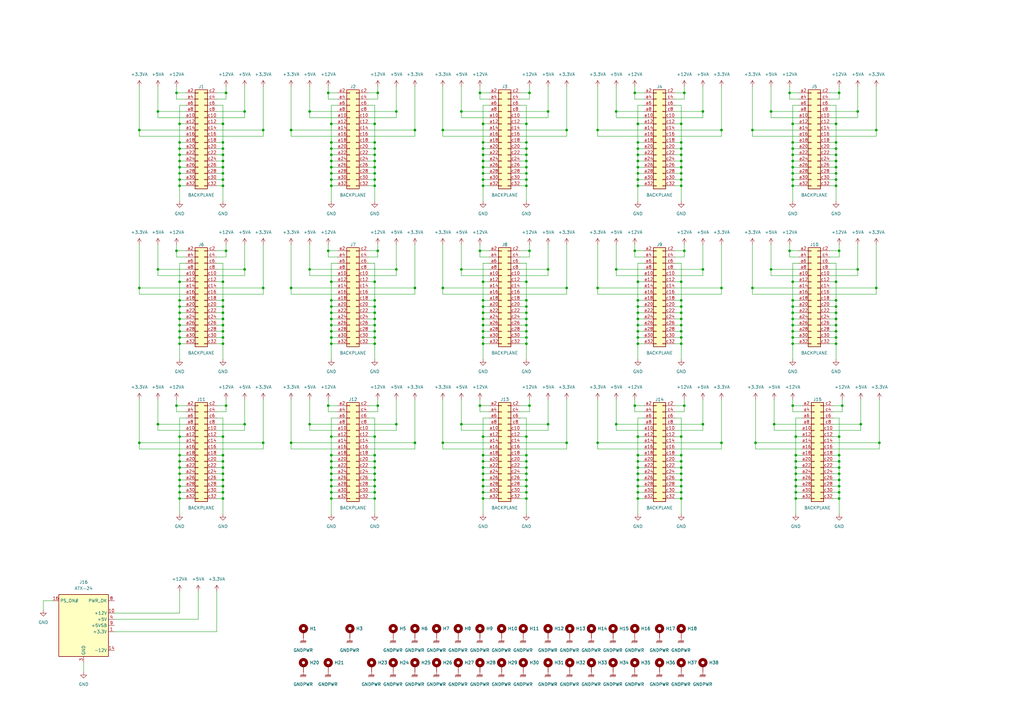
<source format=kicad_sch>
(kicad_sch (version 20211123) (generator eeschema)
  (paper "A3")
  (title_block (date "2023-01-21") (rev "A") (company "Backplane") (comment 1 "https://github.com/peterheinrich/DA20-C1-ProcedureTrainer") (comment 2 "Open Hardware ") (comment 3 "License: CERN-OHL-P") (comment 4 "© 2023 by Peter Heinrich") (comment 5 "DA20 Hardware Cockpit Simulator Project"))
  (junction (at 91.44 179.07))
  (junction (at 325.12 50.8))
  (junction (at 135.89 201.93))
  (junction (at 261.62 58.42))
  (junction (at 261.62 60.96))
  (junction (at 135.89 186.69))
  (junction (at 342.9 68.58))
  (junction (at 280.67 166.37))
  (junction (at 135.89 138.43))
  (junction (at 100.33 173.99))
  (junction (at 107.95 181.61))
  (junction (at 181.61 118.11))
  (junction (at 224.79 110.49))
  (junction (at 217.17 38.1))
  (junction (at 73.66 73.66))
  (junction (at 198.12 58.42))
  (junction (at 261.62 125.73))
  (junction (at 135.89 196.85))
  (junction (at 217.17 102.87))
  (junction (at 342.9 138.43))
  (junction (at 215.9 125.73))
  (junction (at 107.95 53.34))
  (junction (at 344.17 186.69))
  (junction (at 280.67 102.87))
  (junction (at 153.67 68.58))
  (junction (at 317.5 173.99))
  (junction (at 119.38 53.34))
  (junction (at 215.9 66.04))
  (junction (at 232.41 53.34))
  (junction (at 73.66 135.89))
  (junction (at 325.12 71.12))
  (junction (at 170.18 118.11))
  (junction (at 91.44 58.42))
  (junction (at 326.39 189.23))
  (junction (at 119.38 118.11))
  (junction (at 215.9 201.93))
  (junction (at 135.89 73.66))
  (junction (at 135.89 123.19))
  (junction (at 215.9 179.07))
  (junction (at 260.35 102.87))
  (junction (at 261.62 135.89))
  (junction (at 135.89 204.47))
  (junction (at 72.39 38.1))
  (junction (at 153.67 199.39))
  (junction (at 215.9 133.35))
  (junction (at 134.62 38.1))
  (junction (at 326.39 204.47))
  (junction (at 279.4 73.66))
  (junction (at 153.67 189.23))
  (junction (at 91.44 115.57))
  (junction (at 261.62 138.43))
  (junction (at 73.66 130.81))
  (junction (at 57.15 118.11))
  (junction (at 215.9 68.58))
  (junction (at 135.89 50.8))
  (junction (at 153.67 71.12))
  (junction (at 344.17 201.93))
  (junction (at 91.44 196.85))
  (junction (at 162.56 110.49))
  (junction (at 198.12 191.77))
  (junction (at 261.62 128.27))
  (junction (at 325.12 66.04))
  (junction (at 64.77 110.49))
  (junction (at 325.12 138.43))
  (junction (at 288.29 45.72))
  (junction (at 342.9 50.8))
  (junction (at 198.12 60.96))
  (junction (at 198.12 63.5))
  (junction (at 279.4 76.2))
  (junction (at 73.66 60.96))
  (junction (at 252.73 45.72))
  (junction (at 64.77 45.72))
  (junction (at 135.89 63.5))
  (junction (at 196.85 38.1))
  (junction (at 215.9 123.19))
  (junction (at 135.89 189.23))
  (junction (at 344.17 194.31))
  (junction (at 359.41 53.34))
  (junction (at 73.66 140.97))
  (junction (at 73.66 138.43))
  (junction (at 153.67 201.93))
  (junction (at 198.12 189.23))
  (junction (at 344.17 196.85))
  (junction (at 72.39 166.37))
  (junction (at 64.77 173.99))
  (junction (at 91.44 135.89))
  (junction (at 91.44 50.8))
  (junction (at 91.44 133.35))
  (junction (at 279.4 123.19))
  (junction (at 342.9 71.12))
  (junction (at 73.66 115.57))
  (junction (at 73.66 199.39))
  (junction (at 198.12 66.04))
  (junction (at 135.89 130.81))
  (junction (at 279.4 196.85))
  (junction (at 215.9 140.97))
  (junction (at 73.66 76.2))
  (junction (at 73.66 58.42))
  (junction (at 261.62 73.66))
  (junction (at 261.62 196.85))
  (junction (at 135.89 68.58))
  (junction (at 279.4 199.39))
  (junction (at 91.44 73.66))
  (junction (at 316.23 110.49))
  (junction (at 215.9 73.66))
  (junction (at 153.67 138.43))
  (junction (at 279.4 71.12))
  (junction (at 342.9 140.97))
  (junction (at 279.4 138.43))
  (junction (at 342.9 128.27))
  (junction (at 153.67 76.2))
  (junction (at 261.62 76.2))
  (junction (at 325.12 58.42))
  (junction (at 198.12 128.27))
  (junction (at 215.9 191.77))
  (junction (at 107.95 118.11))
  (junction (at 196.85 102.87))
  (junction (at 279.4 68.58))
  (junction (at 100.33 110.49))
  (junction (at 279.4 194.31))
  (junction (at 260.35 166.37))
  (junction (at 153.67 115.57))
  (junction (at 280.67 38.1))
  (junction (at 295.91 53.34))
  (junction (at 100.33 45.72))
  (junction (at 325.12 60.96))
  (junction (at 198.12 194.31))
  (junction (at 325.12 63.5))
  (junction (at 135.89 71.12))
  (junction (at 73.66 189.23))
  (junction (at 326.39 196.85))
  (junction (at 170.18 53.34))
  (junction (at 325.12 68.58))
  (junction (at 215.9 60.96))
  (junction (at 279.4 130.81))
  (junction (at 279.4 201.93))
  (junction (at 325.12 130.81))
  (junction (at 73.66 179.07))
  (junction (at 73.66 50.8))
  (junction (at 91.44 199.39))
  (junction (at 135.89 60.96))
  (junction (at 153.67 179.07))
  (junction (at 91.44 68.58))
  (junction (at 351.79 110.49))
  (junction (at 73.66 71.12))
  (junction (at 325.12 115.57))
  (junction (at 215.9 199.39))
  (junction (at 279.4 128.27))
  (junction (at 342.9 76.2))
  (junction (at 127 110.49))
  (junction (at 342.9 133.35))
  (junction (at 135.89 76.2))
  (junction (at 344.17 199.39))
  (junction (at 153.67 204.47))
  (junction (at 260.35 38.1))
  (junction (at 252.73 173.99))
  (junction (at 261.62 130.81))
  (junction (at 279.4 60.96))
  (junction (at 279.4 115.57))
  (junction (at 224.79 45.72))
  (junction (at 91.44 63.5))
  (junction (at 135.89 128.27))
  (junction (at 135.89 58.42))
  (junction (at 198.12 186.69))
  (junction (at 344.17 102.87))
  (junction (at 91.44 66.04))
  (junction (at 91.44 186.69))
  (junction (at 316.23 45.72))
  (junction (at 279.4 66.04))
  (junction (at 73.66 128.27))
  (junction (at 342.9 135.89))
  (junction (at 215.9 50.8))
  (junction (at 198.12 130.81))
  (junction (at 135.89 115.57))
  (junction (at 91.44 191.77))
  (junction (at 153.67 128.27))
  (junction (at 189.23 110.49))
  (junction (at 198.12 68.58))
  (junction (at 198.12 199.39))
  (junction (at 326.39 179.07))
  (junction (at 57.15 181.61))
  (junction (at 232.41 181.61))
  (junction (at 325.12 73.66))
  (junction (at 215.9 138.43))
  (junction (at 215.9 58.42))
  (junction (at 198.12 50.8))
  (junction (at 279.4 189.23))
  (junction (at 215.9 76.2))
  (junction (at 153.67 194.31))
  (junction (at 135.89 133.35))
  (junction (at 215.9 115.57))
  (junction (at 154.94 38.1))
  (junction (at 351.79 45.72))
  (junction (at 261.62 140.97))
  (junction (at 279.4 140.97))
  (junction (at 261.62 191.77))
  (junction (at 308.61 118.11))
  (junction (at 288.29 173.99))
  (junction (at 127 173.99))
  (junction (at 135.89 140.97))
  (junction (at 91.44 76.2))
  (junction (at 153.67 191.77))
  (junction (at 91.44 138.43))
  (junction (at 189.23 45.72))
  (junction (at 215.9 189.23))
  (junction (at 261.62 199.39))
  (junction (at 261.62 186.69))
  (junction (at 325.12 135.89))
  (junction (at 325.12 125.73))
  (junction (at 279.4 186.69))
  (junction (at 91.44 201.93))
  (junction (at 170.18 181.61))
  (junction (at 342.9 130.81))
  (junction (at 135.89 66.04))
  (junction (at 279.4 191.77))
  (junction (at 73.66 196.85))
  (junction (at 91.44 189.23))
  (junction (at 261.62 189.23))
  (junction (at 325.12 123.19))
  (junction (at 153.67 63.5))
  (junction (at 153.67 135.89))
  (junction (at 73.66 125.73))
  (junction (at 198.12 204.47))
  (junction (at 279.4 133.35))
  (junction (at 73.66 66.04))
  (junction (at 198.12 196.85))
  (junction (at 181.61 181.61))
  (junction (at 181.61 53.34))
  (junction (at 279.4 63.5))
  (junction (at 326.39 199.39))
  (junction (at 326.39 201.93))
  (junction (at 325.12 133.35))
  (junction (at 135.89 191.77))
  (junction (at 215.9 204.47))
  (junction (at 325.12 128.27))
  (junction (at 215.9 194.31))
  (junction (at 135.89 179.07))
  (junction (at 342.9 58.42))
  (junction (at 91.44 140.97))
  (junction (at 215.9 135.89))
  (junction (at 261.62 201.93))
  (junction (at 198.12 179.07))
  (junction (at 323.85 38.1))
  (junction (at 198.12 133.35))
  (junction (at 326.39 194.31))
  (junction (at 134.62 102.87))
  (junction (at 198.12 140.97))
  (junction (at 91.44 71.12))
  (junction (at 198.12 73.66))
  (junction (at 153.67 123.19))
  (junction (at 353.06 173.99))
  (junction (at 295.91 181.61))
  (junction (at 73.66 191.77))
  (junction (at 153.67 140.97))
  (junction (at 261.62 179.07))
  (junction (at 198.12 123.19))
  (junction (at 135.89 199.39))
  (junction (at 153.67 196.85))
  (junction (at 342.9 73.66))
  (junction (at 342.9 123.19))
  (junction (at 134.62 166.37))
  (junction (at 323.85 102.87))
  (junction (at 215.9 71.12))
  (junction (at 119.38 181.61))
  (junction (at 325.12 76.2))
  (junction (at 342.9 66.04))
  (junction (at 73.66 123.19))
  (junction (at 326.39 191.77))
  (junction (at 261.62 194.31))
  (junction (at 261.62 50.8))
  (junction (at 92.71 102.87))
  (junction (at 92.71 38.1))
  (junction (at 288.29 110.49))
  (junction (at 57.15 53.34))
  (junction (at 198.12 135.89))
  (junction (at 198.12 201.93))
  (junction (at 73.66 133.35))
  (junction (at 342.9 115.57))
  (junction (at 154.94 102.87))
  (junction (at 73.66 201.93))
  (junction (at 261.62 133.35))
  (junction (at 91.44 125.73))
  (junction (at 215.9 128.27))
  (junction (at 135.89 194.31))
  (junction (at 135.89 135.89))
  (junction (at 342.9 60.96))
  (junction (at 153.67 50.8))
  (junction (at 261.62 63.5))
  (junction (at 153.67 66.04))
  (junction (at 72.39 102.87))
  (junction (at 360.68 181.61))
  (junction (at 198.12 115.57))
  (junction (at 162.56 173.99))
  (junction (at 189.23 173.99))
  (junction (at 279.4 125.73))
  (junction (at 73.66 68.58))
  (junction (at 127 45.72))
  (junction (at 224.79 173.99))
  (junction (at 345.44 166.37))
  (junction (at 245.11 181.61))
  (junction (at 153.67 73.66))
  (junction (at 135.89 125.73))
  (junction (at 344.17 204.47))
  (junction (at 92.71 166.37))
  (junction (at 295.91 118.11))
  (junction (at 73.66 63.5))
  (junction (at 342.9 63.5))
  (junction (at 279.4 179.07))
  (junction (at 91.44 130.81))
  (junction (at 196.85 166.37))
  (junction (at 198.12 71.12))
  (junction (at 215.9 63.5))
  (junction (at 162.56 45.72))
  (junction (at 198.12 125.73))
  (junction (at 279.4 204.47))
  (junction (at 215.9 196.85))
  (junction (at 245.11 53.34))
  (junction (at 154.94 166.37))
  (junction (at 261.62 204.47))
  (junction (at 279.4 58.42))
  (junction (at 91.44 123.19))
  (junction (at 325.12 166.37))
  (junction (at 91.44 128.27))
  (junction (at 153.67 58.42))
  (junction (at 91.44 204.47))
  (junction (at 325.12 140.97))
  (junction (at 198.12 76.2))
  (junction (at 215.9 186.69))
  (junction (at 153.67 60.96))
  (junction (at 308.61 53.34))
  (junction (at 279.4 135.89))
  (junction (at 215.9 130.81))
  (junction (at 261.62 71.12))
  (junction (at 73.66 204.47))
  (junction (at 73.66 186.69))
  (junction (at 279.4 50.8))
  (junction (at 153.67 125.73))
  (junction (at 198.12 138.43))
  (junction (at 91.44 60.96))
  (junction (at 344.17 191.77))
  (junction (at 217.17 166.37))
  (junction (at 153.67 133.35))
  (junction (at 261.62 66.04))
  (junction (at 344.17 38.1))
  (junction (at 342.9 125.73))
  (junction (at 261.62 68.58))
  (junction (at 91.44 194.31))
  (junction (at 232.41 118.11))
  (junction (at 326.39 186.69))
  (junction (at 261.62 123.19))
  (junction (at 309.88 181.61))
  (junction (at 344.17 189.23))
  (junction (at 73.66 194.31))
  (junction (at 153.67 130.81))
  (junction (at 245.11 118.11))
  (junction (at 344.17 179.07))
  (junction (at 359.41 118.11))
  (junction (at 252.73 110.49))
  (junction (at 261.62 115.57))
  (junction (at 153.67 186.69))
  (wire (pts (xy 279.4 201.93) (xy 279.4 204.47)))
  (wire (pts (xy 57.15 53.34) (xy 76.2 53.34)))
  (wire (pts (xy 295.91 118.11) (xy 295.91 120.65)))
  (wire (pts (xy 73.66 76.2) (xy 76.2 76.2)))
  (wire (pts (xy 351.79 35.56) (xy 351.79 45.72)))
  (wire (pts (xy 351.79 100.33) (xy 351.79 110.49)))
  (wire (pts (xy 73.66 196.85) (xy 73.66 194.31)))
  (wire (pts (xy 217.17 38.1) (xy 213.36 38.1)))
  (wire (pts (xy 91.44 71.12) (xy 91.44 73.66)))
  (wire (pts (xy 344.17 35.56) (xy 344.17 38.1)))
  (wire (pts (xy 151.13 186.69) (xy 153.67 186.69)))
  (wire (pts (xy 57.15 53.34) (xy 57.15 55.88)))
  (wire (pts (xy 198.12 140.97) (xy 198.12 138.43)))
  (wire (pts (xy 260.35 100.33) (xy 260.35 102.87)))
  (wire (pts (xy 88.9 204.47) (xy 91.44 204.47)))
  (wire (pts (xy 308.61 53.34) (xy 327.66 53.34)))
  (wire (pts (xy 276.86 73.66) (xy 279.4 73.66)))
  (wire (pts (xy 325.12 130.81) (xy 327.66 130.81)))
  (wire (pts (xy 73.66 60.96) (xy 76.2 60.96)))
  (wire (pts (xy 91.44 204.47) (xy 91.44 210.82)))
  (wire (pts (xy 57.15 118.11) (xy 76.2 118.11)))
  (wire (pts (xy 100.33 100.33) (xy 100.33 110.49)))
  (wire (pts (xy 279.4 123.19) (xy 279.4 125.73)))
  (wire (pts (xy 73.66 135.89) (xy 73.66 133.35)))
  (wire (pts (xy 279.4 140.97) (xy 279.4 147.32)))
  (wire (pts (xy 198.12 130.81) (xy 200.66 130.81)))
  (wire (pts (xy 64.77 173.99) (xy 64.77 176.53)))
  (wire (pts (xy 73.66 201.93) (xy 73.66 199.39)))
  (wire (pts (xy 57.15 184.15) (xy 76.2 184.15)))
  (wire (pts (xy 198.12 82.55) (xy 198.12 76.2)))
  (wire (pts (xy 127 100.33) (xy 127 110.49)))
  (wire (pts (xy 295.91 163.83) (xy 295.91 181.61)))
  (wire (pts (xy 135.89 201.93) (xy 135.89 199.39)))
  (wire (pts (xy 232.41 35.56) (xy 232.41 53.34)))
  (wire (pts (xy 135.89 138.43) (xy 138.43 138.43)))
  (wire (pts (xy 154.94 166.37) (xy 151.13 166.37)))
  (wire (pts (xy 213.36 191.77) (xy 215.9 191.77)))
  (wire (pts (xy 154.94 38.1) (xy 154.94 40.64)))
  (wire (pts (xy 261.62 66.04) (xy 264.16 66.04)))
  (wire (pts (xy 341.63 196.85) (xy 344.17 196.85)))
  (wire (pts (xy 153.67 140.97) (xy 153.67 147.32)))
  (wire (pts (xy 135.89 196.85) (xy 135.89 194.31)))
  (wire (pts (xy 213.36 194.31) (xy 215.9 194.31)))
  (wire (pts (xy 64.77 100.33) (xy 64.77 110.49)))
  (wire (pts (xy 245.11 53.34) (xy 245.11 55.88)))
  (wire (pts (xy 341.63 199.39) (xy 344.17 199.39)))
  (wire (pts (xy 344.17 196.85) (xy 344.17 199.39)))
  (wire (pts (xy 340.36 68.58) (xy 342.9 68.58)))
  (wire (pts (xy 73.66 189.23) (xy 76.2 189.23)))
  (wire (pts (xy 135.89 140.97) (xy 135.89 138.43)))
  (wire (pts (xy 73.66 194.31) (xy 76.2 194.31)))
  (wire (pts (xy 340.36 60.96) (xy 342.9 60.96)))
  (wire (pts (xy 279.4 66.04) (xy 279.4 68.58)))
  (wire (pts (xy 213.36 76.2) (xy 215.9 76.2)))
  (wire (pts (xy 181.61 53.34) (xy 200.66 53.34)))
  (wire (pts (xy 351.79 48.26) (xy 340.36 48.26)))
  (wire (pts (xy 340.36 73.66) (xy 342.9 73.66)))
  (wire (pts (xy 245.11 100.33) (xy 245.11 118.11)))
  (wire (pts (xy 73.66 50.8) (xy 73.66 43.18)))
  (wire (pts (xy 279.4 135.89) (xy 279.4 138.43)))
  (wire (pts (xy 245.11 181.61) (xy 264.16 181.61)))
  (wire (pts (xy 288.29 173.99) (xy 288.29 176.53)))
  (wire (pts (xy 91.44 50.8) (xy 91.44 58.42)))
  (wire (pts (xy 64.77 110.49) (xy 76.2 110.49)))
  (wire (pts (xy 92.71 102.87) (xy 88.9 102.87)))
  (wire (pts (xy 340.36 43.18) (xy 342.9 43.18)))
  (wire (pts (xy 100.33 45.72) (xy 100.33 48.26)))
  (wire (pts (xy 170.18 35.56) (xy 170.18 53.34)))
  (wire (pts (xy 88.9 115.57) (xy 91.44 115.57)))
  (wire (pts (xy 288.29 110.49) (xy 288.29 113.03)))
  (wire (pts (xy 325.12 76.2) (xy 327.66 76.2)))
  (wire (pts (xy 279.4 71.12) (xy 279.4 73.66)))
  (wire (pts (xy 151.13 125.73) (xy 153.67 125.73)))
  (wire (pts (xy 151.13 71.12) (xy 153.67 71.12)))
  (wire (pts (xy 351.79 45.72) (xy 351.79 48.26)))
  (wire (pts (xy 88.9 76.2) (xy 91.44 76.2)))
  (wire (pts (xy 170.18 181.61) (xy 151.13 181.61)))
  (wire (pts (xy 134.62 40.64) (xy 138.43 40.64)))
  (wire (pts (xy 351.79 110.49) (xy 351.79 113.03)))
  (wire (pts (xy 261.62 73.66) (xy 261.62 71.12)))
  (wire (pts (xy 261.62 130.81) (xy 264.16 130.81)))
  (wire (pts (xy 261.62 128.27) (xy 264.16 128.27)))
  (wire (pts (xy 151.13 179.07) (xy 153.67 179.07)))
  (wire (pts (xy 323.85 102.87) (xy 323.85 105.41)))
  (wire (pts (xy 135.89 60.96) (xy 135.89 58.42)))
  (wire (pts (xy 340.36 76.2) (xy 342.9 76.2)))
  (wire (pts (xy 344.17 102.87) (xy 344.17 105.41)))
  (wire (pts (xy 261.62 63.5) (xy 264.16 63.5)))
  (wire (pts (xy 189.23 173.99) (xy 200.66 173.99)))
  (wire (pts (xy 198.12 194.31) (xy 198.12 191.77)))
  (wire (pts (xy 276.86 68.58) (xy 279.4 68.58)))
  (wire (pts (xy 252.73 173.99) (xy 252.73 176.53)))
  (wire (pts (xy 181.61 181.61) (xy 181.61 184.15)))
  (wire (pts (xy 232.41 53.34) (xy 232.41 55.88)))
  (wire (pts (xy 57.15 181.61) (xy 57.15 184.15)))
  (wire (pts (xy 325.12 66.04) (xy 327.66 66.04)))
  (wire (pts (xy 135.89 140.97) (xy 138.43 140.97)))
  (wire (pts (xy 232.41 55.88) (xy 213.36 55.88)))
  (wire (pts (xy 198.12 171.45) (xy 200.66 171.45)))
  (wire (pts (xy 135.89 50.8) (xy 135.89 43.18)))
  (wire (pts (xy 288.29 100.33) (xy 288.29 110.49)))
  (wire (pts (xy 88.9 196.85) (xy 91.44 196.85)))
  (wire (pts (xy 279.4 73.66) (xy 279.4 76.2)))
  (wire (pts (xy 341.63 204.47) (xy 344.17 204.47)))
  (wire (pts (xy 325.12 76.2) (xy 325.12 73.66)))
  (wire (pts (xy 73.66 60.96) (xy 73.66 58.42)))
  (wire (pts (xy 279.4 107.95) (xy 279.4 115.57)))
  (wire (pts (xy 73.66 82.55) (xy 73.66 76.2)))
  (wire (pts (xy 88.9 71.12) (xy 91.44 71.12)))
  (wire (pts (xy 326.39 199.39) (xy 328.93 199.39)))
  (wire (pts (xy 280.67 35.56) (xy 280.67 38.1)))
  (wire (pts (xy 181.61 100.33) (xy 181.61 118.11)))
  (wire (pts (xy 181.61 184.15) (xy 200.66 184.15)))
  (wire (pts (xy 316.23 100.33) (xy 316.23 110.49)))
  (wire (pts (xy 279.4 60.96) (xy 279.4 63.5)))
  (wire (pts (xy 88.9 66.04) (xy 91.44 66.04)))
  (wire (pts (xy 217.17 105.41) (xy 213.36 105.41)))
  (wire (pts (xy 198.12 123.19) (xy 200.66 123.19)))
  (wire (pts (xy 325.12 68.58) (xy 327.66 68.58)))
  (wire (pts (xy 342.9 58.42) (xy 342.9 60.96)))
  (wire (pts (xy 245.11 35.56) (xy 245.11 53.34)))
  (wire (pts (xy 91.44 128.27) (xy 91.44 130.81)))
  (wire (pts (xy 151.13 199.39) (xy 153.67 199.39)))
  (wire (pts (xy 73.66 199.39) (xy 76.2 199.39)))
  (wire (pts (xy 340.36 66.04) (xy 342.9 66.04)))
  (wire (pts (xy 288.29 48.26) (xy 276.86 48.26)))
  (wire (pts (xy 189.23 45.72) (xy 200.66 45.72)))
  (wire (pts (xy 73.66 147.32) (xy 73.66 140.97)))
  (wire (pts (xy 198.12 210.82) (xy 198.12 204.47)))
  (wire (pts (xy 73.66 189.23) (xy 73.66 186.69)))
  (wire (pts (xy 189.23 173.99) (xy 189.23 176.53)))
  (wire (pts (xy 344.17 171.45) (xy 344.17 179.07)))
  (wire (pts (xy 153.67 125.73) (xy 153.67 128.27)))
  (wire (pts (xy 198.12 68.58) (xy 200.66 68.58)))
  (wire (pts (xy 342.9 71.12) (xy 342.9 73.66)))
  (wire (pts (xy 261.62 186.69) (xy 264.16 186.69)))
  (wire (pts (xy 316.23 113.03) (xy 327.66 113.03)))
  (wire (pts (xy 342.9 140.97) (xy 342.9 147.32)))
  (wire (pts (xy 92.71 40.64) (xy 88.9 40.64)))
  (wire (pts (xy 162.56 110.49) (xy 162.56 113.03)))
  (wire (pts (xy 88.9 60.96) (xy 91.44 60.96)))
  (wire (pts (xy 151.13 107.95) (xy 153.67 107.95)))
  (wire (pts (xy 198.12 201.93) (xy 200.66 201.93)))
  (wire (pts (xy 213.36 186.69) (xy 215.9 186.69)))
  (wire (pts (xy 151.13 130.81) (xy 153.67 130.81)))
  (wire (pts (xy 135.89 135.89) (xy 138.43 135.89)))
  (wire (pts (xy 261.62 68.58) (xy 264.16 68.58)))
  (wire (pts (xy 198.12 138.43) (xy 198.12 135.89)))
  (wire (pts (xy 342.9 76.2) (xy 342.9 82.55)))
  (wire (pts (xy 181.61 163.83) (xy 181.61 181.61)))
  (wire (pts (xy 261.62 191.77) (xy 264.16 191.77)))
  (wire (pts (xy 325.12 125.73) (xy 327.66 125.73)))
  (wire (pts (xy 73.66 125.73) (xy 76.2 125.73)))
  (wire (pts (xy 170.18 118.11) (xy 170.18 120.65)))
  (wire (pts (xy 46.99 259.08) (xy 88.9 259.08)))
  (wire (pts (xy 360.68 181.61) (xy 360.68 184.15)))
  (wire (pts (xy 325.12 60.96) (xy 327.66 60.96)))
  (wire (pts (xy 341.63 191.77) (xy 344.17 191.77)))
  (wire (pts (xy 261.62 82.55) (xy 261.62 76.2)))
  (wire (pts (xy 288.29 110.49) (xy 276.86 110.49)))
  (wire (pts (xy 91.44 138.43) (xy 91.44 140.97)))
  (wire (pts (xy 288.29 163.83) (xy 288.29 173.99)))
  (wire (pts (xy 72.39 100.33) (xy 72.39 102.87)))
  (wire (pts (xy 213.36 133.35) (xy 215.9 133.35)))
  (wire (pts (xy 215.9 63.5) (xy 215.9 66.04)))
  (wire (pts (xy 224.79 110.49) (xy 224.79 113.03)))
  (wire (pts (xy 88.9 186.69) (xy 91.44 186.69)))
  (wire (pts (xy 261.62 68.58) (xy 261.62 66.04)))
  (wire (pts (xy 325.12 125.73) (xy 325.12 123.19)))
  (wire (pts (xy 151.13 60.96) (xy 153.67 60.96)))
  (wire (pts (xy 325.12 163.83) (xy 325.12 166.37)))
  (wire (pts (xy 261.62 179.07) (xy 261.62 171.45)))
  (wire (pts (xy 261.62 189.23) (xy 261.62 186.69)))
  (wire (pts (xy 213.36 140.97) (xy 215.9 140.97)))
  (wire (pts (xy 151.13 68.58) (xy 153.67 68.58)))
  (wire (pts (xy 135.89 66.04) (xy 138.43 66.04)))
  (wire (pts (xy 342.9 60.96) (xy 342.9 63.5)))
  (wire (pts (xy 317.5 173.99) (xy 317.5 176.53)))
  (wire (pts (xy 135.89 107.95) (xy 138.43 107.95)))
  (wire (pts (xy 213.36 179.07) (xy 215.9 179.07)))
  (wire (pts (xy 323.85 38.1) (xy 327.66 38.1)))
  (wire (pts (xy 88.9 179.07) (xy 91.44 179.07)))
  (wire (pts (xy 280.67 102.87) (xy 280.67 105.41)))
  (wire (pts (xy 151.13 196.85) (xy 153.67 196.85)))
  (wire (pts (xy 73.66 68.58) (xy 76.2 68.58)))
  (wire (pts (xy 73.66 50.8) (xy 76.2 50.8)))
  (wire (pts (xy 353.06 176.53) (xy 341.63 176.53)))
  (wire (pts (xy 261.62 76.2) (xy 261.62 73.66)))
  (wire (pts (xy 198.12 115.57) (xy 200.66 115.57)))
  (wire (pts (xy 73.66 68.58) (xy 73.66 66.04)))
  (wire (pts (xy 325.12 140.97) (xy 325.12 138.43)))
  (wire (pts (xy 276.86 76.2) (xy 279.4 76.2)))
  (wire (pts (xy 135.89 201.93) (xy 138.43 201.93)))
  (wire (pts (xy 224.79 35.56) (xy 224.79 45.72)))
  (wire (pts (xy 261.62 140.97) (xy 264.16 140.97)))
  (wire (pts (xy 73.66 140.97) (xy 73.66 138.43)))
  (wire (pts (xy 153.67 138.43) (xy 153.67 140.97)))
  (wire (pts (xy 88.9 63.5) (xy 91.44 63.5)))
  (wire (pts (xy 153.67 58.42) (xy 153.67 60.96)))
  (wire (pts (xy 64.77 45.72) (xy 76.2 45.72)))
  (wire (pts (xy 326.39 196.85) (xy 328.93 196.85)))
  (wire (pts (xy 279.4 196.85) (xy 279.4 199.39)))
  (wire (pts (xy 91.44 179.07) (xy 91.44 186.69)))
  (wire (pts (xy 81.28 254) (xy 81.28 242.57)))
  (wire (pts (xy 134.62 166.37) (xy 138.43 166.37)))
  (wire (pts (xy 317.5 176.53) (xy 328.93 176.53)))
  (wire (pts (xy 260.35 168.91) (xy 264.16 168.91)))
  (wire (pts (xy 325.12 133.35) (xy 327.66 133.35)))
  (wire (pts (xy 213.36 71.12) (xy 215.9 71.12)))
  (wire (pts (xy 224.79 45.72) (xy 224.79 48.26)))
  (wire (pts (xy 198.12 128.27) (xy 200.66 128.27)))
  (wire (pts (xy 135.89 71.12) (xy 135.89 68.58)))
  (wire (pts (xy 261.62 115.57) (xy 261.62 107.95)))
  (wire (pts (xy 153.67 135.89) (xy 153.67 138.43)))
  (wire (pts (xy 92.71 38.1) (xy 92.71 40.64)))
  (wire (pts (xy 73.66 199.39) (xy 73.66 196.85)))
  (wire (pts (xy 153.67 63.5) (xy 153.67 66.04)))
  (wire (pts (xy 181.61 35.56) (xy 181.61 53.34)))
  (wire (pts (xy 154.94 35.56) (xy 154.94 38.1)))
  (wire (pts (xy 325.12 166.37) (xy 325.12 168.91)))
  (wire (pts (xy 342.9 63.5) (xy 342.9 66.04)))
  (wire (pts (xy 170.18 55.88) (xy 151.13 55.88)))
  (wire (pts (xy 325.12 82.55) (xy 325.12 76.2)))
  (wire (pts (xy 91.44 140.97) (xy 91.44 147.32)))
  (wire (pts (xy 308.61 100.33) (xy 308.61 118.11)))
  (wire (pts (xy 198.12 199.39) (xy 200.66 199.39)))
  (wire (pts (xy 198.12 71.12) (xy 200.66 71.12)))
  (wire (pts (xy 135.89 68.58) (xy 135.89 66.04)))
  (wire (pts (xy 323.85 102.87) (xy 327.66 102.87)))
  (wire (pts (xy 135.89 128.27) (xy 135.89 125.73)))
  (wire (pts (xy 196.85 100.33) (xy 196.85 102.87)))
  (wire (pts (xy 279.4 194.31) (xy 279.4 196.85)))
  (wire (pts (xy 326.39 201.93) (xy 326.39 199.39)))
  (wire (pts (xy 217.17 163.83) (xy 217.17 166.37)))
  (wire (pts (xy 100.33 45.72) (xy 88.9 45.72)))
  (wire (pts (xy 359.41 120.65) (xy 340.36 120.65)))
  (wire (pts (xy 213.36 189.23) (xy 215.9 189.23)))
  (wire (pts (xy 72.39 102.87) (xy 76.2 102.87)))
  (wire (pts (xy 88.9 107.95) (xy 91.44 107.95)))
  (wire (pts (xy 341.63 186.69) (xy 344.17 186.69)))
  (wire (pts (xy 92.71 166.37) (xy 88.9 166.37)))
  (wire (pts (xy 261.62 196.85) (xy 264.16 196.85)))
  (wire (pts (xy 170.18 181.61) (xy 170.18 184.15)))
  (wire (pts (xy 215.9 171.45) (xy 215.9 179.07)))
  (wire (pts (xy 73.66 128.27) (xy 73.66 125.73)))
  (wire (pts (xy 341.63 194.31) (xy 344.17 194.31)))
  (wire (pts (xy 88.9 259.08) (xy 88.9 242.57)))
  (wire (pts (xy 92.71 163.83) (xy 92.71 166.37)))
  (wire (pts (xy 276.86 115.57) (xy 279.4 115.57)))
  (wire (pts (xy 134.62 102.87) (xy 138.43 102.87)))
  (wire (pts (xy 198.12 140.97) (xy 200.66 140.97)))
  (wire (pts (xy 213.36 204.47) (xy 215.9 204.47)))
  (wire (pts (xy 261.62 60.96) (xy 261.62 58.42)))
  (wire (pts (xy 261.62 135.89) (xy 264.16 135.89)))
  (wire (pts (xy 92.71 168.91) (xy 88.9 168.91)))
  (wire (pts (xy 73.66 58.42) (xy 76.2 58.42)))
  (wire (pts (xy 198.12 128.27) (xy 198.12 125.73)))
  (wire (pts (xy 134.62 102.87) (xy 134.62 105.41)))
  (wire (pts (xy 153.67 191.77) (xy 153.67 194.31)))
  (wire (pts (xy 252.73 113.03) (xy 264.16 113.03)))
  (wire (pts (xy 73.66 43.18) (xy 76.2 43.18)))
  (wire (pts (xy 73.66 123.19) (xy 76.2 123.19)))
  (wire (pts (xy 279.4 189.23) (xy 279.4 191.77)))
  (wire (pts (xy 135.89 60.96) (xy 138.43 60.96)))
  (wire (pts (xy 360.68 184.15) (xy 341.63 184.15)))
  (wire (pts (xy 91.44 73.66) (xy 91.44 76.2)))
  (wire (pts (xy 72.39 102.87) (xy 72.39 105.41)))
  (wire (pts (xy 276.86 125.73) (xy 279.4 125.73)))
  (wire (pts (xy 88.9 43.18) (xy 91.44 43.18)))
  (wire (pts (xy 135.89 130.81) (xy 138.43 130.81)))
  (wire (pts (xy 198.12 186.69) (xy 200.66 186.69)))
  (wire (pts (xy 135.89 194.31) (xy 135.89 191.77)))
  (wire (pts (xy 276.86 201.93) (xy 279.4 201.93)))
  (wire (pts (xy 288.29 45.72) (xy 276.86 45.72)))
  (wire (pts (xy 276.86 199.39) (xy 279.4 199.39)))
  (wire (pts (xy 91.44 186.69) (xy 91.44 189.23)))
  (wire (pts (xy 217.17 102.87) (xy 217.17 105.41)))
  (wire (pts (xy 295.91 53.34) (xy 276.86 53.34)))
  (wire (pts (xy 260.35 35.56) (xy 260.35 38.1)))
  (wire (pts (xy 134.62 168.91) (xy 138.43 168.91)))
  (wire (pts (xy 217.17 100.33) (xy 217.17 102.87)))
  (wire (pts (xy 252.73 176.53) (xy 264.16 176.53)))
  (wire (pts (xy 88.9 189.23) (xy 91.44 189.23)))
  (wire (pts (xy 196.85 40.64) (xy 200.66 40.64)))
  (wire (pts (xy 344.17 179.07) (xy 344.17 186.69)))
  (wire (pts (xy 198.12 204.47) (xy 200.66 204.47)))
  (wire (pts (xy 198.12 50.8) (xy 200.66 50.8)))
  (wire (pts (xy 340.36 133.35) (xy 342.9 133.35)))
  (wire (pts (xy 198.12 63.5) (xy 198.12 60.96)))
  (wire (pts (xy 135.89 179.07) (xy 138.43 179.07)))
  (wire (pts (xy 326.39 179.07) (xy 328.93 179.07)))
  (wire (pts (xy 252.73 45.72) (xy 264.16 45.72)))
  (wire (pts (xy 215.9 76.2) (xy 215.9 82.55)))
  (wire (pts (xy 196.85 102.87) (xy 196.85 105.41)))
  (wire (pts (xy 198.12 196.85) (xy 198.12 194.31)))
  (wire (pts (xy 151.13 76.2) (xy 153.67 76.2)))
  (wire (pts (xy 280.67 40.64) (xy 276.86 40.64)))
  (wire (pts (xy 162.56 113.03) (xy 151.13 113.03)))
  (wire (pts (xy 245.11 163.83) (xy 245.11 181.61)))
  (wire (pts (xy 276.86 43.18) (xy 279.4 43.18)))
  (wire (pts (xy 344.17 194.31) (xy 344.17 196.85)))
  (wire (pts (xy 73.66 210.82) (xy 73.66 204.47)))
  (wire (pts (xy 308.61 53.34) (xy 308.61 55.88)))
  (wire (pts (xy 72.39 166.37) (xy 72.39 168.91)))
  (wire (pts (xy 295.91 181.61) (xy 295.91 184.15)))
  (wire (pts (xy 88.9 123.19) (xy 91.44 123.19)))
  (wire (pts (xy 135.89 138.43) (xy 135.89 135.89)))
  (wire (pts (xy 91.44 58.42) (xy 91.44 60.96)))
  (wire (pts (xy 57.15 118.11) (xy 57.15 120.65)))
  (wire (pts (xy 92.71 102.87) (xy 92.71 105.41)))
  (wire (pts (xy 73.66 115.57) (xy 76.2 115.57)))
  (wire (pts (xy 316.23 45.72) (xy 327.66 45.72)))
  (wire (pts (xy 217.17 166.37) (xy 213.36 166.37)))
  (wire (pts (xy 342.9 107.95) (xy 342.9 115.57)))
  (wire (pts (xy 344.17 191.77) (xy 344.17 194.31)))
  (wire (pts (xy 325.12 60.96) (xy 325.12 58.42)))
  (wire (pts (xy 326.39 189.23) (xy 328.93 189.23)))
  (wire (pts (xy 189.23 48.26) (xy 200.66 48.26)))
  (wire (pts (xy 232.41 181.61) (xy 213.36 181.61)))
  (wire (pts (xy 162.56 110.49) (xy 151.13 110.49)))
  (wire (pts (xy 325.12 58.42) (xy 327.66 58.42)))
  (wire (pts (xy 213.36 201.93) (xy 215.9 201.93)))
  (wire (pts (xy 72.39 163.83) (xy 72.39 166.37)))
  (wire (pts (xy 261.62 63.5) (xy 261.62 60.96)))
  (wire (pts (xy 153.67 186.69) (xy 153.67 189.23)))
  (wire (pts (xy 276.86 133.35) (xy 279.4 133.35)))
  (wire (pts (xy 57.15 100.33) (xy 57.15 118.11)))
  (wire (pts (xy 196.85 105.41) (xy 200.66 105.41)))
  (wire (pts (xy 359.41 35.56) (xy 359.41 53.34)))
  (wire (pts (xy 261.62 66.04) (xy 261.62 63.5)))
  (wire (pts (xy 88.9 58.42) (xy 91.44 58.42)))
  (wire (pts (xy 127 110.49) (xy 127 113.03)))
  (wire (pts (xy 276.86 138.43) (xy 279.4 138.43)))
  (wire (pts (xy 326.39 210.82) (xy 326.39 204.47)))
  (wire (pts (xy 198.12 76.2) (xy 198.12 73.66)))
  (wire (pts (xy 134.62 105.41) (xy 138.43 105.41)))
  (wire (pts (xy 340.36 107.95) (xy 342.9 107.95)))
  (wire (pts (xy 189.23 163.83) (xy 189.23 173.99)))
  (wire (pts (xy 276.86 135.89) (xy 279.4 135.89)))
  (wire (pts (xy 198.12 199.39) (xy 198.12 196.85)))
  (wire (pts (xy 351.79 110.49) (xy 340.36 110.49)))
  (wire (pts (xy 280.67 166.37) (xy 276.86 166.37)))
  (wire (pts (xy 198.12 189.23) (xy 198.12 186.69)))
  (wire (pts (xy 198.12 107.95) (xy 200.66 107.95)))
  (wire (pts (xy 189.23 35.56) (xy 189.23 45.72)))
  (wire (pts (xy 215.9 71.12) (xy 215.9 73.66)))
  (wire (pts (xy 224.79 176.53) (xy 213.36 176.53)))
  (wire (pts (xy 279.4 58.42) (xy 279.4 60.96)))
  (wire (pts (xy 215.9 135.89) (xy 215.9 138.43)))
  (wire (pts (xy 344.17 38.1) (xy 340.36 38.1)))
  (wire (pts (xy 73.66 138.43) (xy 76.2 138.43)))
  (wire (pts (xy 153.67 171.45) (xy 153.67 179.07)))
  (wire (pts (xy 162.56 173.99) (xy 162.56 176.53)))
  (wire (pts (xy 151.13 194.31) (xy 153.67 194.31)))
  (wire (pts (xy 279.4 68.58) (xy 279.4 71.12)))
  (wire (pts (xy 261.62 50.8) (xy 264.16 50.8)))
  (wire (pts (xy 119.38 55.88) (xy 138.43 55.88)))
  (wire (pts (xy 73.66 66.04) (xy 76.2 66.04)))
  (wire (pts (xy 279.4 125.73) (xy 279.4 128.27)))
  (wire (pts (xy 198.12 60.96) (xy 200.66 60.96)))
  (wire (pts (xy 213.36 115.57) (xy 215.9 115.57)))
  (wire (pts (xy 276.86 128.27) (xy 279.4 128.27)))
  (wire (pts (xy 73.66 171.45) (xy 76.2 171.45)))
  (wire (pts (xy 151.13 63.5) (xy 153.67 63.5)))
  (wire (pts (xy 279.4 199.39) (xy 279.4 201.93)))
  (wire (pts (xy 198.12 179.07) (xy 200.66 179.07)))
  (wire (pts (xy 325.12 135.89) (xy 325.12 133.35)))
  (wire (pts (xy 344.17 189.23) (xy 344.17 191.77)))
  (wire (pts (xy 342.9 133.35) (xy 342.9 135.89)))
  (wire (pts (xy 279.4 76.2) (xy 279.4 82.55)))
  (wire (pts (xy 276.86 60.96) (xy 279.4 60.96)))
  (wire (pts (xy 151.13 140.97) (xy 153.67 140.97)))
  (wire (pts (xy 213.36 60.96) (xy 215.9 60.96)))
  (wire (pts (xy 88.9 73.66) (xy 91.44 73.66)))
  (wire (pts (xy 91.44 191.77) (xy 91.44 194.31)))
  (wire (pts (xy 73.66 63.5) (xy 73.66 60.96)))
  (wire (pts (xy 196.85 168.91) (xy 200.66 168.91)))
  (wire (pts (xy 279.4 138.43) (xy 279.4 140.97)))
  (wire (pts (xy 57.15 163.83) (xy 57.15 181.61)))
  (wire (pts (xy 359.41 118.11) (xy 359.41 120.65)))
  (wire (pts (xy 213.36 50.8) (xy 215.9 50.8)))
  (wire (pts (xy 135.89 194.31) (xy 138.43 194.31)))
  (wire (pts (xy 135.89 204.47) (xy 135.89 201.93)))
  (wire (pts (xy 224.79 48.26) (xy 213.36 48.26)))
  (wire (pts (xy 88.9 130.81) (xy 91.44 130.81)))
  (wire (pts (xy 340.36 123.19) (xy 342.9 123.19)))
  (wire (pts (xy 151.13 138.43) (xy 153.67 138.43)))
  (wire (pts (xy 232.41 181.61) (xy 232.41 184.15)))
  (wire (pts (xy 73.66 130.81) (xy 76.2 130.81)))
  (wire (pts (xy 279.4 179.07) (xy 279.4 186.69)))
  (wire (pts (xy 73.66 63.5) (xy 76.2 63.5)))
  (wire (pts (xy 260.35 105.41) (xy 264.16 105.41)))
  (wire (pts (xy 153.67 123.19) (xy 153.67 125.73)))
  (wire (pts (xy 213.36 107.95) (xy 215.9 107.95)))
  (wire (pts (xy 198.12 201.93) (xy 198.12 199.39)))
  (wire (pts (xy 91.44 76.2) (xy 91.44 82.55)))
  (wire (pts (xy 107.95 184.15) (xy 88.9 184.15)))
  (wire (pts (xy 261.62 115.57) (xy 264.16 115.57)))
  (wire (pts (xy 261.62 73.66) (xy 264.16 73.66)))
  (wire (pts (xy 326.39 179.07) (xy 326.39 171.45)))
  (wire (pts (xy 217.17 40.64) (xy 213.36 40.64)))
  (wire (pts (xy 215.9 60.96) (xy 215.9 63.5)))
  (wire (pts (xy 100.33 113.03) (xy 88.9 113.03)))
  (wire (pts (xy 325.12 63.5) (xy 327.66 63.5)))
  (wire (pts (xy 217.17 38.1) (xy 217.17 40.64)))
  (wire (pts (xy 326.39 171.45) (xy 328.93 171.45)))
  (wire (pts (xy 153.67 133.35) (xy 153.67 135.89)))
  (wire (pts (xy 196.85 166.37) (xy 200.66 166.37)))
  (wire (pts (xy 198.12 125.73) (xy 198.12 123.19)))
  (wire (pts (xy 341.63 201.93) (xy 344.17 201.93)))
  (wire (pts (xy 127 45.72) (xy 127 48.26)))
  (wire (pts (xy 135.89 147.32) (xy 135.89 140.97)))
  (wire (pts (xy 135.89 189.23) (xy 138.43 189.23)))
  (wire (pts (xy 107.95 120.65) (xy 88.9 120.65)))
  (wire (pts (xy 198.12 194.31) (xy 200.66 194.31)))
  (wire (pts (xy 316.23 110.49) (xy 316.23 113.03)))
  (wire (pts (xy 279.4 50.8) (xy 279.4 58.42)))
  (wire (pts (xy 198.12 76.2) (xy 200.66 76.2)))
  (wire (pts (xy 213.36 199.39) (xy 215.9 199.39)))
  (wire (pts (xy 88.9 68.58) (xy 91.44 68.58)))
  (wire (pts (xy 213.36 130.81) (xy 215.9 130.81)))
  (wire (pts (xy 325.12 68.58) (xy 325.12 66.04)))
  (wire (pts (xy 100.33 110.49) (xy 100.33 113.03)))
  (wire (pts (xy 91.44 194.31) (xy 91.44 196.85)))
  (wire (pts (xy 325.12 50.8) (xy 327.66 50.8)))
  (wire (pts (xy 213.36 196.85) (xy 215.9 196.85)))
  (wire (pts (xy 88.9 194.31) (xy 91.44 194.31)))
  (wire (pts (xy 342.9 68.58) (xy 342.9 71.12)))
  (wire (pts (xy 295.91 100.33) (xy 295.91 118.11)))
  (wire (pts (xy 326.39 199.39) (xy 326.39 196.85)))
  (wire (pts (xy 153.67 196.85) (xy 153.67 199.39)))
  (wire (pts (xy 73.66 186.69) (xy 73.66 179.07)))
  (wire (pts (xy 151.13 189.23) (xy 153.67 189.23)))
  (wire (pts (xy 181.61 120.65) (xy 200.66 120.65)))
  (wire (pts (xy 261.62 204.47) (xy 261.62 201.93)))
  (wire (pts (xy 341.63 171.45) (xy 344.17 171.45)))
  (wire (pts (xy 279.4 63.5) (xy 279.4 66.04)))
  (wire (pts (xy 342.9 135.89) (xy 342.9 138.43)))
  (wire (pts (xy 135.89 133.35) (xy 138.43 133.35)))
  (wire (pts (xy 261.62 50.8) (xy 261.62 43.18)))
  (wire (pts (xy 151.13 171.45) (xy 153.67 171.45)))
  (wire (pts (xy 162.56 35.56) (xy 162.56 45.72)))
  (wire (pts (xy 325.12 107.95) (xy 327.66 107.95)))
  (wire (pts (xy 189.23 113.03) (xy 200.66 113.03)))
  (wire (pts (xy 325.12 66.04) (xy 325.12 63.5)))
  (wire (pts (xy 73.66 107.95) (xy 76.2 107.95)))
  (wire (pts (xy 135.89 199.39) (xy 135.89 196.85)))
  (wire (pts (xy 325.12 50.8) (xy 325.12 43.18)))
  (wire (pts (xy 196.85 102.87) (xy 200.66 102.87)))
  (wire (pts (xy 252.73 110.49) (xy 264.16 110.49)))
  (wire (pts (xy 100.33 173.99) (xy 88.9 173.99)))
  (wire (pts (xy 198.12 66.04) (xy 200.66 66.04)))
  (wire (pts (xy 88.9 199.39) (xy 91.44 199.39)))
  (wire (pts (xy 88.9 50.8) (xy 91.44 50.8)))
  (wire (pts (xy 91.44 66.04) (xy 91.44 68.58)))
  (wire (pts (xy 295.91 53.34) (xy 295.91 55.88)))
  (wire (pts (xy 261.62 199.39) (xy 261.62 196.85)))
  (wire (pts (xy 91.44 171.45) (xy 91.44 179.07)))
  (wire (pts (xy 345.44 166.37) (xy 345.44 168.91)))
  (wire (pts (xy 260.35 38.1) (xy 264.16 38.1)))
  (wire (pts (xy 342.9 138.43) (xy 342.9 140.97)))
  (wire (pts (xy 198.12 186.69) (xy 198.12 179.07)))
  (wire (pts (xy 153.67 115.57) (xy 153.67 123.19)))
  (wire (pts (xy 135.89 135.89) (xy 135.89 133.35)))
  (wire (pts (xy 260.35 38.1) (xy 260.35 40.64)))
  (wire (pts (xy 73.66 133.35) (xy 76.2 133.35)))
  (wire (pts (xy 261.62 189.23) (xy 264.16 189.23)))
  (wire (pts (xy 135.89 76.2) (xy 135.89 73.66)))
  (wire (pts (xy 224.79 173.99) (xy 224.79 176.53)))
  (wire (pts (xy 153.67 107.95) (xy 153.67 115.57)))
  (wire (pts (xy 162.56 163.83) (xy 162.56 173.99)))
  (wire (pts (xy 325.12 71.12) (xy 325.12 68.58)))
  (wire (pts (xy 215.9 43.18) (xy 215.9 50.8)))
  (wire (pts (xy 189.23 100.33) (xy 189.23 110.49)))
  (wire (pts (xy 119.38 181.61) (xy 119.38 184.15)))
  (wire (pts (xy 91.44 133.35) (xy 91.44 135.89)))
  (wire (pts (xy 261.62 194.31) (xy 264.16 194.31)))
  (wire (pts (xy 73.66 73.66) (xy 76.2 73.66)))
  (wire (pts (xy 215.9 133.35) (xy 215.9 135.89)))
  (wire (pts (xy 134.62 163.83) (xy 134.62 166.37)))
  (wire (pts (xy 213.36 128.27) (xy 215.9 128.27)))
  (wire (pts (xy 215.9 204.47) (xy 215.9 210.82)))
  (wire (pts (xy 325.12 73.66) (xy 327.66 73.66)))
  (wire (pts (xy 288.29 113.03) (xy 276.86 113.03)))
  (wire (pts (xy 279.4 204.47) (xy 279.4 210.82)))
  (wire (pts (xy 316.23 35.56) (xy 316.23 45.72)))
  (wire (pts (xy 325.12 115.57) (xy 325.12 107.95)))
  (wire (pts (xy 73.66 128.27) (xy 76.2 128.27)))
  (wire (pts (xy 308.61 118.11) (xy 327.66 118.11)))
  (wire (pts (xy 245.11 184.15) (xy 264.16 184.15)))
  (wire (pts (xy 107.95 118.11) (xy 88.9 118.11)))
  (wire (pts (xy 323.85 38.1) (xy 323.85 40.64)))
  (wire (pts (xy 198.12 60.96) (xy 198.12 58.42)))
  (wire (pts (xy 64.77 113.03) (xy 76.2 113.03)))
  (wire (pts (xy 326.39 191.77) (xy 326.39 189.23)))
  (wire (pts (xy 353.06 163.83) (xy 353.06 173.99)))
  (wire (pts (xy 135.89 82.55) (xy 135.89 76.2)))
  (wire (pts (xy 91.44 43.18) (xy 91.44 50.8)))
  (wire (pts (xy 17.78 250.19) (xy 17.78 246.38)))
  (wire (pts (xy 245.11 120.65) (xy 264.16 120.65)))
  (wire (pts (xy 342.9 73.66) (xy 342.9 76.2)))
  (wire (pts (xy 326.39 194.31) (xy 328.93 194.31)))
  (wire (pts (xy 279.4 115.57) (xy 279.4 123.19)))
  (wire (pts (xy 135.89 123.19) (xy 135.89 115.57)))
  (wire (pts (xy 351.79 113.03) (xy 340.36 113.03)))
  (wire (pts (xy 325.12 128.27) (xy 327.66 128.27)))
  (wire (pts (xy 154.94 163.83) (xy 154.94 166.37)))
  (wire (pts (xy 213.36 58.42) (xy 215.9 58.42)))
  (wire (pts (xy 181.61 118.11) (xy 200.66 118.11)))
  (wire (pts (xy 345.44 163.83) (xy 345.44 166.37)))
  (wire (pts (xy 198.12 123.19) (xy 198.12 115.57)))
  (wire (pts (xy 316.23 45.72) (xy 316.23 48.26)))
  (wire (pts (xy 151.13 135.89) (xy 153.67 135.89)))
  (wire (pts (xy 224.79 163.83) (xy 224.79 173.99)))
  (wire (pts (xy 261.62 125.73) (xy 264.16 125.73)))
  (wire (pts (xy 64.77 35.56) (xy 64.77 45.72)))
  (wire (pts (xy 127 45.72) (xy 138.43 45.72)))
  (wire (pts (xy 134.62 100.33) (xy 134.62 102.87)))
  (wire (pts (xy 91.44 189.23) (xy 91.44 191.77)))
  (wire (pts (xy 198.12 133.35) (xy 198.12 130.81)))
  (wire (pts (xy 189.23 110.49) (xy 189.23 113.03)))
  (wire (pts (xy 340.36 135.89) (xy 342.9 135.89)))
  (wire (pts (xy 151.13 133.35) (xy 153.67 133.35)))
  (wire (pts (xy 73.66 191.77) (xy 73.66 189.23)))
  (wire (pts (xy 73.66 186.69) (xy 76.2 186.69)))
  (wire (pts (xy 261.62 43.18) (xy 264.16 43.18)))
  (wire (pts (xy 34.29 271.78) (xy 34.29 275.59)))
  (wire (pts (xy 217.17 168.91) (xy 213.36 168.91)))
  (wire (pts (xy 198.12 191.77) (xy 198.12 189.23)))
  (wire (pts (xy 91.44 107.95) (xy 91.44 115.57)))
  (wire (pts (xy 261.62 123.19) (xy 261.62 115.57)))
  (wire (pts (xy 344.17 105.41) (xy 340.36 105.41)))
  (wire (pts (xy 198.12 204.47) (xy 198.12 201.93)))
  (wire (pts (xy 135.89 171.45) (xy 138.43 171.45)))
  (wire (pts (xy 119.38 35.56) (xy 119.38 53.34)))
  (wire (pts (xy 119.38 53.34) (xy 138.43 53.34)))
  (wire (pts (xy 189.23 45.72) (xy 189.23 48.26)))
  (wire (pts (xy 91.44 115.57) (xy 91.44 123.19)))
  (wire (pts (xy 344.17 199.39) (xy 344.17 201.93)))
  (wire (pts (xy 73.66 133.35) (xy 73.66 130.81)))
  (wire (pts (xy 73.66 196.85) (xy 76.2 196.85)))
  (wire (pts (xy 279.4 43.18) (xy 279.4 50.8)))
  (wire (pts (xy 135.89 115.57) (xy 138.43 115.57)))
  (wire (pts (xy 170.18 163.83) (xy 170.18 181.61)))
  (wire (pts (xy 46.99 251.46) (xy 73.66 251.46)))
  (wire (pts (xy 260.35 163.83) (xy 260.35 166.37)))
  (wire (pts (xy 344.17 186.69) (xy 344.17 189.23)))
  (wire (pts (xy 252.73 110.49) (xy 252.73 113.03)))
  (wire (pts (xy 91.44 125.73) (xy 91.44 128.27)))
  (wire (pts (xy 196.85 166.37) (xy 196.85 168.91)))
  (wire (pts (xy 215.9 50.8) (xy 215.9 58.42)))
  (wire (pts (xy 276.86 194.31) (xy 279.4 194.31)))
  (wire (pts (xy 17.78 246.38) (xy 21.59 246.38)))
  (wire (pts (xy 135.89 43.18) (xy 138.43 43.18)))
  (wire (pts (xy 325.12 147.32) (xy 325.12 140.97)))
  (wire (pts (xy 181.61 53.34) (xy 181.61 55.88)))
  (wire (pts (xy 135.89 63.5) (xy 138.43 63.5)))
  (wire (pts (xy 344.17 204.47) (xy 344.17 210.82)))
  (wire (pts (xy 342.9 128.27) (xy 342.9 130.81)))
  (wire (pts (xy 91.44 130.81) (xy 91.44 133.35)))
  (wire (pts (xy 261.62 133.35) (xy 261.62 130.81)))
  (wire (pts (xy 340.36 130.81) (xy 342.9 130.81)))
  (wire (pts (xy 261.62 201.93) (xy 264.16 201.93)))
  (wire (pts (xy 295.91 181.61) (xy 276.86 181.61)))
  (wire (pts (xy 215.9 107.95) (xy 215.9 115.57)))
  (wire (pts (xy 359.41 118.11) (xy 340.36 118.11)))
  (wire (pts (xy 88.9 125.73) (xy 91.44 125.73)))
  (wire (pts (xy 73.66 201.93) (xy 76.2 201.93)))
  (wire (pts (xy 73.66 71.12) (xy 76.2 71.12)))
  (wire (pts (xy 135.89 123.19) (xy 138.43 123.19)))
  (wire (pts (xy 215.9 138.43) (xy 215.9 140.97)))
  (wire (pts (xy 360.68 163.83) (xy 360.68 181.61)))
  (wire (pts (xy 213.36 171.45) (xy 215.9 171.45)))
  (wire (pts (xy 260.35 102.87) (xy 264.16 102.87)))
  (wire (pts (xy 326.39 186.69) (xy 328.93 186.69)))
  (wire (pts (xy 213.36 135.89) (xy 215.9 135.89)))
  (wire (pts (xy 100.33 163.83) (xy 100.33 173.99)))
  (wire (pts (xy 261.62 58.42) (xy 261.62 50.8)))
  (wire (pts (xy 73.66 76.2) (xy 73.66 73.66)))
  (wire (pts (xy 295.91 55.88) (xy 276.86 55.88)))
  (wire (pts (xy 64.77 163.83) (xy 64.77 173.99)))
  (wire (pts (xy 154.94 168.91) (xy 151.13 168.91)))
  (wire (pts (xy 91.44 60.96) (xy 91.44 63.5)))
  (wire (pts (xy 342.9 115.57) (xy 342.9 123.19)))
  (wire (pts (xy 276.86 130.81) (xy 279.4 130.81)))
  (wire (pts (xy 198.12 73.66) (xy 198.12 71.12)))
  (wire (pts (xy 325.12 43.18) (xy 327.66 43.18)))
  (wire (pts (xy 153.67 201.93) (xy 153.67 204.47)))
  (wire (pts (xy 135.89 191.77) (xy 135.89 189.23)))
  (wire (pts (xy 154.94 102.87) (xy 154.94 105.41)))
  (wire (pts (xy 92.71 100.33) (xy 92.71 102.87)))
  (wire (pts (xy 181.61 118.11) (xy 181.61 120.65)))
  (wire (pts (xy 323.85 40.64) (xy 327.66 40.64)))
  (wire (pts (xy 135.89 210.82) (xy 135.89 204.47)))
  (wire (pts (xy 215.9 199.39) (xy 215.9 201.93)))
  (wire (pts (xy 261.62 71.12) (xy 261.62 68.58)))
  (wire (pts (xy 153.67 43.18) (xy 153.67 50.8)))
  (wire (pts (xy 91.44 123.19) (xy 91.44 125.73)))
  (wire (pts (xy 135.89 130.81) (xy 135.89 128.27)))
  (wire (pts (xy 351.79 45.72) (xy 340.36 45.72)))
  (wire (pts (xy 232.41 163.83) (xy 232.41 181.61)))
  (wire (pts (xy 73.66 71.12) (xy 73.66 68.58)))
  (wire (pts (xy 325.12 58.42) (xy 325.12 50.8)))
  (wire (pts (xy 325.12 71.12) (xy 327.66 71.12)))
  (wire (pts (xy 135.89 73.66) (xy 138.43 73.66)))
  (wire (pts (xy 196.85 163.83) (xy 196.85 166.37)))
  (wire (pts (xy 135.89 125.73) (xy 135.89 123.19)))
  (wire (pts (xy 288.29 45.72) (xy 288.29 48.26)))
  (wire (pts (xy 309.88 184.15) (xy 328.93 184.15)))
  (wire (pts (xy 162.56 176.53) (xy 151.13 176.53)))
  (wire (pts (xy 340.36 140.97) (xy 342.9 140.97)))
  (wire (pts (xy 224.79 173.99) (xy 213.36 173.99)))
  (wire (pts (xy 215.9 128.27) (xy 215.9 130.81)))
  (wire (pts (xy 215.9 125.73) (xy 215.9 128.27)))
  (wire (pts (xy 72.39 35.56) (xy 72.39 38.1)))
  (wire (pts (xy 325.12 73.66) (xy 325.12 71.12)))
  (wire (pts (xy 107.95 100.33) (xy 107.95 118.11)))
  (wire (pts (xy 342.9 123.19) (xy 342.9 125.73)))
  (wire (pts (xy 276.86 66.04) (xy 279.4 66.04)))
  (wire (pts (xy 326.39 189.23) (xy 326.39 186.69)))
  (wire (pts (xy 232.41 120.65) (xy 213.36 120.65)))
  (wire (pts (xy 213.36 66.04) (xy 215.9 66.04)))
  (wire (pts (xy 198.12 133.35) (xy 200.66 133.35)))
  (wire (pts (xy 217.17 102.87) (xy 213.36 102.87)))
  (wire (pts (xy 73.66 204.47) (xy 76.2 204.47)))
  (wire (pts (xy 198.12 115.57) (xy 198.12 107.95)))
  (wire (pts (xy 276.86 196.85) (xy 279.4 196.85)))
  (wire (pts (xy 73.66 138.43) (xy 73.66 135.89)))
  (wire (pts (xy 135.89 189.23) (xy 135.89 186.69)))
  (wire (pts (xy 217.17 35.56) (xy 217.17 38.1)))
  (wire (pts (xy 280.67 166.37) (xy 280.67 168.91)))
  (wire (pts (xy 64.77 173.99) (xy 76.2 173.99)))
  (wire (pts (xy 127 173.99) (xy 127 176.53)))
  (wire (pts (xy 344.17 100.33) (xy 344.17 102.87)))
  (wire (pts (xy 215.9 196.85) (xy 215.9 199.39)))
  (wire (pts (xy 261.62 171.45) (xy 264.16 171.45)))
  (wire (pts (xy 325.12 133.35) (xy 325.12 130.81)))
  (wire (pts (xy 73.66 179.07) (xy 73.66 171.45)))
  (wire (pts (xy 107.95 53.34) (xy 107.95 55.88)))
  (wire (pts (xy 134.62 38.1) (xy 138.43 38.1)))
  (wire (pts (xy 154.94 38.1) (xy 151.13 38.1)))
  (wire (pts (xy 215.9 179.07) (xy 215.9 186.69)))
  (wire (pts (xy 213.36 68.58) (xy 215.9 68.58)))
  (wire (pts (xy 261.62 58.42) (xy 264.16 58.42)))
  (wire (pts (xy 154.94 40.64) (xy 151.13 40.64)))
  (wire (pts (xy 279.4 133.35) (xy 279.4 135.89)))
  (wire (pts (xy 276.86 186.69) (xy 279.4 186.69)))
  (wire (pts (xy 127 163.83) (xy 127 173.99)))
  (wire (pts (xy 73.66 179.07) (xy 76.2 179.07)))
  (wire (pts (xy 288.29 176.53) (xy 276.86 176.53)))
  (wire (pts (xy 261.62 210.82) (xy 261.62 204.47)))
  (wire (pts (xy 326.39 201.93) (xy 328.93 201.93)))
  (wire (pts (xy 279.4 191.77) (xy 279.4 194.31)))
  (wire (pts (xy 162.56 48.26) (xy 151.13 48.26)))
  (wire (pts (xy 279.4 128.27) (xy 279.4 130.81)))
  (wire (pts (xy 198.12 58.42) (xy 200.66 58.42)))
  (wire (pts (xy 57.15 35.56) (xy 57.15 53.34)))
  (wire (pts (xy 135.89 204.47) (xy 138.43 204.47)))
  (wire (pts (xy 260.35 102.87) (xy 260.35 105.41)))
  (wire (pts (xy 325.12 135.89) (xy 327.66 135.89)))
  (wire (pts (xy 261.62 128.27) (xy 261.62 125.73)))
  (wire (pts (xy 323.85 35.56) (xy 323.85 38.1)))
  (wire (pts (xy 57.15 120.65) (xy 76.2 120.65)))
  (wire (pts (xy 215.9 194.31) (xy 215.9 196.85)))
  (wire (pts (xy 232.41 100.33) (xy 232.41 118.11)))
  (wire (pts (xy 232.41 184.15) (xy 213.36 184.15)))
  (wire (pts (xy 279.4 171.45) (xy 279.4 179.07)))
  (wire (pts (xy 215.9 186.69) (xy 215.9 189.23)))
  (wire (pts (xy 345.44 166.37) (xy 341.63 166.37)))
  (wire (pts (xy 215.9 68.58) (xy 215.9 71.12)))
  (wire (pts (xy 198.12 50.8) (xy 198.12 43.18)))
  (wire (pts (xy 309.88 163.83) (xy 309.88 181.61)))
  (wire (pts (xy 280.67 100.33) (xy 280.67 102.87)))
  (wire (pts (xy 325.12 130.81) (xy 325.12 128.27)))
  (wire (pts (xy 198.12 179.07) (xy 198.12 171.45)))
  (wire (pts (xy 135.89 125.73) (xy 138.43 125.73)))
  (wire (pts (xy 107.95 163.83) (xy 107.95 181.61)))
  (wire (pts (xy 170.18 120.65) (xy 151.13 120.65)))
  (wire (pts (xy 260.35 166.37) (xy 264.16 166.37)))
  (wire (pts (xy 325.12 140.97) (xy 327.66 140.97)))
  (wire (pts (xy 181.61 55.88) (xy 200.66 55.88)))
  (wire (pts (xy 359.41 53.34) (xy 340.36 53.34)))
  (wire (pts (xy 344.17 102.87) (xy 340.36 102.87)))
  (wire (pts (xy 215.9 191.77) (xy 215.9 194.31)))
  (wire (pts (xy 359.41 55.88) (xy 340.36 55.88)))
  (wire (pts (xy 91.44 135.89) (xy 91.44 138.43)))
  (wire (pts (xy 64.77 176.53) (xy 76.2 176.53)))
  (wire (pts (xy 162.56 45.72) (xy 151.13 45.72)))
  (wire (pts (xy 72.39 40.64) (xy 76.2 40.64)))
  (wire (pts (xy 107.95 55.88) (xy 88.9 55.88)))
  (wire (pts (xy 170.18 184.15) (xy 151.13 184.15)))
  (wire (pts (xy 198.12 58.42) (xy 198.12 50.8)))
  (wire (pts (xy 151.13 115.57) (xy 153.67 115.57)))
  (wire (pts (xy 261.62 194.31) (xy 261.62 191.77)))
  (wire (pts (xy 245.11 53.34) (xy 264.16 53.34)))
  (wire (pts (xy 162.56 173.99) (xy 151.13 173.99)))
  (wire (pts (xy 135.89 196.85) (xy 138.43 196.85)))
  (wire (pts (xy 135.89 68.58) (xy 138.43 68.58)))
  (wire (pts (xy 127 176.53) (xy 138.43 176.53)))
  (wire (pts (xy 215.9 140.97) (xy 215.9 147.32)))
  (wire (pts (xy 340.36 63.5) (xy 342.9 63.5)))
  (wire (pts (xy 91.44 199.39) (xy 91.44 201.93)))
  (wire (pts (xy 92.71 38.1) (xy 88.9 38.1)))
  (wire (pts (xy 73.66 204.47) (xy 73.66 201.93)))
  (wire (pts (xy 260.35 166.37) (xy 260.35 168.91)))
  (wire (pts (xy 154.94 100.33) (xy 154.94 102.87)))
  (wire (pts (xy 276.86 50.8) (xy 279.4 50.8)))
  (wire (pts (xy 359.41 100.33) (xy 359.41 118.11)))
  (wire (pts (xy 325.12 168.91) (xy 328.93 168.91)))
  (wire (pts (xy 107.95 181.61) (xy 88.9 181.61)))
  (wire (pts (xy 134.62 38.1) (xy 134.62 40.64)))
  (wire (pts (xy 135.89 179.07) (xy 135.89 171.45)))
  (wire (pts (xy 309.88 181.61) (xy 328.93 181.61)))
  (wire (pts (xy 276.86 179.07) (xy 279.4 179.07)))
  (wire (pts (xy 325.12 166.37) (xy 328.93 166.37)))
  (wire (pts (xy 308.61 118.11) (xy 308.61 120.65)))
  (wire (pts (xy 308.61 55.88) (xy 327.66 55.88)))
  (wire (pts (xy 64.77 48.26) (xy 76.2 48.26)))
  (wire (pts (xy 127 113.03) (xy 138.43 113.03)))
  (wire (pts (xy 342.9 50.8) (xy 342.9 58.42)))
  (wire (pts (xy 261.62 147.32) (xy 261.62 140.97)))
  (wire (pts (xy 252.73 163.83) (xy 252.73 173.99)))
  (wire (pts (xy 100.33 176.53) (xy 88.9 176.53)))
  (wire (pts (xy 162.56 100.33) (xy 162.56 110.49)))
  (wire (pts (xy 57.15 181.61) (xy 76.2 181.61)))
  (wire (pts (xy 151.13 204.47) (xy 153.67 204.47)))
  (wire (pts (xy 261.62 133.35) (xy 264.16 133.35)))
  (wire (pts (xy 198.12 43.18) (xy 200.66 43.18)))
  (wire (pts (xy 153.67 130.81) (xy 153.67 133.35)))
  (wire (pts (xy 153.67 189.23) (xy 153.67 191.77)))
  (wire (pts (xy 135.89 58.42) (xy 135.89 50.8)))
  (wire (pts (xy 326.39 204.47) (xy 328.93 204.47)))
  (wire (pts (xy 215.9 123.19) (xy 215.9 125.73)))
  (wire (pts (xy 107.95 181.61) (xy 107.95 184.15)))
  (wire (pts (xy 92.71 105.41) (xy 88.9 105.41)))
  (wire (pts (xy 344.17 201.93) (xy 344.17 204.47)))
  (wire (pts (xy 280.67 163.83) (xy 280.67 166.37)))
  (wire (pts (xy 276.86 171.45) (xy 279.4 171.45)))
  (wire (pts (xy 73.66 73.66) (xy 73.66 71.12)))
  (wire (pts (xy 260.35 40.64) (xy 264.16 40.64)))
  (wire (pts (xy 341.63 189.23) (xy 344.17 189.23)))
  (wire (pts (xy 151.13 123.19) (xy 153.67 123.19)))
  (wire (pts (xy 119.38 100.33) (xy 119.38 118.11)))
  (wire (pts (xy 215.9 58.42) (xy 215.9 60.96)))
  (wire (pts (xy 72.39 38.1) (xy 76.2 38.1)))
  (wire (pts (xy 151.13 128.27) (xy 153.67 128.27)))
  (wire (pts (xy 325.12 138.43) (xy 327.66 138.43)))
  (wire (pts (xy 119.38 163.83) (xy 119.38 181.61)))
  (wire (pts (xy 295.91 120.65) (xy 276.86 120.65)))
  (wire (pts (xy 73.66 115.57) (xy 73.66 107.95)))
  (wire (pts (xy 359.41 53.34) (xy 359.41 55.88)))
  (wire (pts (xy 261.62 107.95) (xy 264.16 107.95)))
  (wire (pts (xy 341.63 179.07) (xy 344.17 179.07)))
  (wire (pts (xy 232.41 118.11) (xy 213.36 118.11)))
  (wire (pts (xy 261.62 71.12) (xy 264.16 71.12)))
  (wire (pts (xy 213.36 138.43) (xy 215.9 138.43)))
  (wire (pts (xy 261.62 76.2) (xy 264.16 76.2)))
  (wire (pts (xy 215.9 66.04) (xy 215.9 68.58)))
  (wire (pts (xy 170.18 100.33) (xy 170.18 118.11)))
  (wire (pts (xy 276.86 189.23) (xy 279.4 189.23)))
  (wire (pts (xy 340.36 115.57) (xy 342.9 115.57)))
  (wire (pts (xy 88.9 135.89) (xy 91.44 135.89)))
  (wire (pts (xy 245.11 118.11) (xy 245.11 120.65)))
  (wire (pts (xy 245.11 118.11) (xy 264.16 118.11)))
  (wire (pts (xy 325.12 128.27) (xy 325.12 125.73)))
  (wire (pts (xy 215.9 73.66) (xy 215.9 76.2)))
  (wire (pts (xy 135.89 115.57) (xy 135.89 107.95)))
  (wire (pts (xy 73.66 66.04) (xy 73.66 63.5)))
  (wire (pts (xy 340.36 138.43) (xy 342.9 138.43)))
  (wire (pts (xy 170.18 118.11) (xy 151.13 118.11)))
  (wire (pts (xy 280.67 105.41) (xy 276.86 105.41)))
  (wire (pts (xy 198.12 71.12) (xy 198.12 68.58)))
  (wire (pts (xy 119.38 181.61) (xy 138.43 181.61)))
  (wire (pts (xy 325.12 115.57) (xy 327.66 115.57)))
  (wire (pts (xy 198.12 66.04) (xy 198.12 63.5)))
  (wire (pts (xy 119.38 118.11) (xy 119.38 120.65)))
  (wire (pts (xy 276.86 140.97) (xy 279.4 140.97)))
  (wire (pts (xy 135.89 128.27) (xy 138.43 128.27)))
  (wire (pts (xy 72.39 166.37) (xy 76.2 166.37)))
  (wire (pts (xy 215.9 201.93) (xy 215.9 204.47)))
  (wire (pts (xy 344.17 40.64) (xy 340.36 40.64)))
  (wire (pts (xy 252.73 35.56) (xy 252.73 45.72)))
  (wire (pts (xy 280.67 102.87) (xy 276.86 102.87)))
  (wire (pts (xy 279.4 130.81) (xy 279.4 133.35)))
  (wire (pts (xy 342.9 125.73) (xy 342.9 128.27)))
  (wire (pts (xy 232.41 118.11) (xy 232.41 120.65)))
  (wire (pts (xy 340.36 58.42) (xy 342.9 58.42)))
  (wire (pts (xy 340.36 50.8) (xy 342.9 50.8)))
  (wire (pts (xy 276.86 58.42) (xy 279.4 58.42)))
  (wire (pts (xy 153.67 128.27) (xy 153.67 130.81)))
  (wire (pts (xy 135.89 66.04) (xy 135.89 63.5)))
  (wire (pts (xy 261.62 123.19) (xy 264.16 123.19)))
  (wire (pts (xy 135.89 199.39) (xy 138.43 199.39)))
  (wire (pts (xy 215.9 189.23) (xy 215.9 191.77)))
  (wire (pts (xy 325.12 123.19) (xy 325.12 115.57)))
  (wire (pts (xy 107.95 53.34) (xy 88.9 53.34)))
  (wire (pts (xy 261.62 135.89) (xy 261.62 133.35)))
  (wire (pts (xy 295.91 184.15) (xy 276.86 184.15)))
  (wire (pts (xy 100.33 35.56) (xy 100.33 45.72)))
  (wire (pts (xy 72.39 105.41) (xy 76.2 105.41)))
  (wire (pts (xy 342.9 66.04) (xy 342.9 68.58)))
  (wire (pts (xy 153.67 68.58) (xy 153.67 71.12)))
  (wire (pts (xy 127 35.56) (xy 127 45.72)))
  (wire (pts (xy 57.15 55.88) (xy 76.2 55.88)))
  (wire (pts (xy 198.12 68.58) (xy 198.12 66.04)))
  (wire (pts (xy 345.44 168.91) (xy 341.63 168.91)))
  (wire (pts (xy 224.79 110.49) (xy 213.36 110.49)))
  (wire (pts (xy 224.79 45.72) (xy 213.36 45.72)))
  (wire (pts (xy 342.9 130.81) (xy 342.9 133.35)))
  (wire (pts (xy 326.39 191.77) (xy 328.93 191.77)))
  (wire (pts (xy 135.89 191.77) (xy 138.43 191.77)))
  (wire (pts (xy 342.9 43.18) (xy 342.9 50.8)))
  (wire (pts (xy 153.67 50.8) (xy 153.67 58.42)))
  (wire (pts (xy 295.91 35.56) (xy 295.91 53.34)))
  (wire (pts (xy 91.44 68.58) (xy 91.44 71.12)))
  (wire (pts (xy 325.12 138.43) (xy 325.12 135.89)))
  (wire (pts (xy 88.9 171.45) (xy 91.44 171.45)))
  (wire (pts (xy 153.67 199.39) (xy 153.67 201.93)))
  (wire (pts (xy 88.9 191.77) (xy 91.44 191.77)))
  (wire (pts (xy 88.9 133.35) (xy 91.44 133.35)))
  (wire (pts (xy 134.62 35.56) (xy 134.62 38.1)))
  (wire (pts (xy 213.36 63.5) (xy 215.9 63.5)))
  (wire (pts (xy 198.12 138.43) (xy 200.66 138.43)))
  (wire (pts (xy 252.73 48.26) (xy 264.16 48.26)))
  (wire (pts (xy 153.67 204.47) (xy 153.67 210.82)))
  (wire (pts (xy 72.39 168.91) (xy 76.2 168.91)))
  (wire (pts (xy 119.38 53.34) (xy 119.38 55.88)))
  (wire (pts (xy 151.13 73.66) (xy 153.67 73.66)))
  (wire (pts (xy 196.85 38.1) (xy 196.85 40.64)))
  (wire (pts (xy 153.67 66.04) (xy 153.67 68.58)))
  (wire (pts (xy 135.89 76.2) (xy 138.43 76.2)))
  (wire (pts (xy 73.66 135.89) (xy 76.2 135.89)))
  (wire (pts (xy 64.77 110.49) (xy 64.77 113.03)))
  (wire (pts (xy 316.23 48.26) (xy 327.66 48.26)))
  (wire (pts (xy 213.36 123.19) (xy 215.9 123.19)))
  (wire (pts (xy 91.44 63.5) (xy 91.44 66.04)))
  (wire (pts (xy 245.11 181.61) (xy 245.11 184.15)))
  (wire (pts (xy 88.9 128.27) (xy 91.44 128.27)))
  (wire (pts (xy 170.18 53.34) (xy 170.18 55.88)))
  (wire (pts (xy 326.39 196.85) (xy 326.39 194.31)))
  (wire (pts (xy 261.62 138.43) (xy 261.62 135.89)))
  (wire (pts (xy 198.12 189.23) (xy 200.66 189.23)))
  (wire (pts (xy 88.9 201.93) (xy 91.44 201.93)))
  (wire (pts (xy 73.66 123.19) (xy 73.66 115.57)))
  (wire (pts (xy 198.12 63.5) (xy 200.66 63.5)))
  (wire (pts (xy 224.79 100.33) (xy 224.79 110.49)))
  (wire (pts (xy 196.85 38.1) (xy 200.66 38.1)))
  (wire (pts (xy 153.67 76.2) (xy 153.67 82.55)))
  (wire (pts (xy 224.79 113.03) (xy 213.36 113.03)))
  (wire (pts (xy 198.12 191.77) (xy 200.66 191.77)))
  (wire (pts (xy 288.29 173.99) (xy 276.86 173.99)))
  (wire (pts (xy 344.17 38.1) (xy 344.17 40.64)))
  (wire (pts (xy 100.33 110.49) (xy 88.9 110.49)))
  (wire (pts (xy 213.36 125.73) (xy 215.9 125.73)))
  (wire (pts (xy 153.67 73.66) (xy 153.67 76.2)))
  (wire (pts (xy 119.38 118.11) (xy 138.43 118.11)))
  (wire (pts (xy 323.85 105.41) (xy 327.66 105.41)))
  (wire (pts (xy 134.62 166.37) (xy 134.62 168.91)))
  (wire (pts (xy 261.62 201.93) (xy 261.62 199.39)))
  (wire (pts (xy 198.12 130.81) (xy 198.12 128.27)))
  (wire (pts (xy 232.41 53.34) (xy 213.36 53.34)))
  (wire (pts (xy 261.62 125.73) (xy 261.62 123.19)))
  (wire (pts (xy 73.66 191.77) (xy 76.2 191.77)))
  (wire (pts (xy 198.12 73.66) (xy 200.66 73.66)))
  (wire (pts (xy 198.12 125.73) (xy 200.66 125.73)))
  (wire (pts (xy 73.66 125.73) (xy 73.66 123.19)))
  (wire (pts (xy 215.9 130.81) (xy 215.9 133.35)))
  (wire (pts (xy 107.95 118.11) (xy 107.95 120.65)))
  (wire (pts (xy 340.36 128.27) (xy 342.9 128.27)))
  (wire (pts (xy 189.23 176.53) (xy 200.66 176.53)))
  (wire (pts (xy 119.38 184.15) (xy 138.43 184.15)))
  (wire (pts (xy 340.36 125.73) (xy 342.9 125.73)))
  (wire (pts (xy 189.23 110.49) (xy 200.66 110.49)))
  (wire (pts (xy 127 110.49) (xy 138.43 110.49)))
  (wire (pts (xy 151.13 201.93) (xy 153.67 201.93)))
  (wire (pts (xy 135.89 186.69) (xy 135.89 179.07)))
  (wire (pts (xy 280.67 168.91) (xy 276.86 168.91)))
  (wire (pts (xy 198.12 147.32) (xy 198.12 140.97)))
  (wire (pts (xy 326.39 204.47) (xy 326.39 201.93)))
  (wire (pts (xy 276.86 71.12) (xy 279.4 71.12)))
  (wire (pts (xy 154.94 105.41) (xy 151.13 105.41)))
  (wire (pts (xy 135.89 50.8) (xy 138.43 50.8)))
  (wire (pts (xy 360.68 181.61) (xy 341.63 181.61)))
  (wire (pts (xy 162.56 45.72) (xy 162.56 48.26)))
  (wire (pts (xy 252.73 100.33) (xy 252.73 110.49)))
  (wire (pts (xy 252.73 45.72) (xy 252.73 48.26)))
  (wire (pts (xy 261.62 204.47) (xy 264.16 204.47)))
  (wire (pts (xy 353.06 173.99) (xy 353.06 176.53)))
  (wire (pts (xy 135.89 58.42) (xy 138.43 58.42)))
  (wire (pts (xy 107.95 35.56) (xy 107.95 53.34)))
  (wire (pts (xy 213.36 43.18) (xy 215.9 43.18)))
  (wire (pts (xy 88.9 140.97) (xy 91.44 140.97)))
  (wire (pts (xy 196.85 35.56) (xy 196.85 38.1)))
  (wire (pts (xy 261.62 191.77) (xy 261.62 189.23)))
  (wire (pts (xy 100.33 173.99) (xy 100.33 176.53)))
  (wire (pts (xy 276.86 191.77) (xy 279.4 191.77)))
  (wire (pts (xy 46.99 254) (xy 81.28 254)))
  (wire (pts (xy 151.13 58.42) (xy 153.67 58.42)))
  (wire (pts (xy 151.13 66.04) (xy 153.67 66.04)))
  (wire (pts (xy 261.62 60.96) (xy 264.16 60.96)))
  (wire (pts (xy 308.61 120.65) (xy 327.66 120.65)))
  (wire (pts (xy 340.36 71.12) (xy 342.9 71.12)))
  (wire (pts (xy 198.12 135.89) (xy 200.66 135.89)))
  (wire (pts (xy 127 173.99) (xy 138.43 173.99)))
  (wire (pts (xy 309.88 181.61) (xy 309.88 184.15)))
  (wire (pts (xy 135.89 71.12) (xy 138.43 71.12)))
  (wire (pts (xy 317.5 173.99) (xy 328.93 173.99)))
  (wire (pts (xy 73.66 58.42) (xy 73.66 50.8)))
  (wire (pts (xy 135.89 73.66) (xy 135.89 71.12)))
  (wire (pts (xy 261.62 138.43) (xy 264.16 138.43)))
  (wire (pts (xy 326.39 194.31) (xy 326.39 191.77)))
  (wire (pts (xy 325.12 63.5) (xy 325.12 60.96)))
  (wire (pts (xy 154.94 166.37) (xy 154.94 168.91)))
  (wire (pts (xy 73.66 130.81) (xy 73.66 128.27)))
  (wire (pts (xy 279.4 186.69) (xy 279.4 189.23)))
  (wire (pts (xy 151.13 191.77) (xy 153.67 191.77)))
  (wire (pts (xy 91.44 196.85) (xy 91.44 199.39)))
  (wire (pts (xy 73.66 242.57) (xy 73.66 251.46)))
  (wire (pts (xy 288.29 35.56) (xy 288.29 45.72)))
  (wire (pts (xy 135.89 63.5) (xy 135.89 60.96)))
  (wire (pts (xy 91.44 201.93) (xy 91.44 204.47)))
  (wire (pts (xy 153.67 179.07) (xy 153.67 186.69)))
  (wire (pts (xy 73.66 194.31) (xy 73.66 191.77)))
  (wire (pts (xy 92.71 166.37) (xy 92.71 168.91)))
  (wire (pts (xy 261.62 196.85) (xy 261.62 194.31)))
  (wire (pts (xy 295.91 118.11) (xy 276.86 118.11)))
  (wire (pts (xy 64.77 45.72) (xy 64.77 48.26)))
  (wire (pts (xy 88.9 138.43) (xy 91.44 138.43)))
  (wire (pts (xy 325.12 123.19) (xy 327.66 123.19)))
  (wire (pts (xy 213.36 73.66) (xy 215.9 73.66)))
  (wire (pts (xy 127 48.26) (xy 138.43 48.26)))
  (wire (pts (xy 72.39 38.1) (xy 72.39 40.64)))
  (wire (pts (xy 135.89 186.69) (xy 138.43 186.69)))
  (wire (pts (xy 261.62 179.07) (xy 264.16 179.07)))
  (wire (pts (xy 73.66 140.97) (xy 76.2 140.97)))
  (wire (pts (xy 217.17 166.37) (xy 217.17 168.91)))
  (wire (pts (xy 276.86 107.95) (xy 279.4 107.95)))
  (wire (pts (xy 261.62 199.39) (xy 264.16 199.39)))
  (wire (pts (xy 252.73 173.99) (xy 264.16 173.99)))
  (wire (pts (xy 261.62 130.81) (xy 261.62 128.27)))
  (wire (pts (xy 326.39 186.69) (xy 326.39 179.07)))
  (wire (pts (xy 323.85 100.33) (xy 323.85 102.87)))
  (wire (pts (xy 153.67 60.96) (xy 153.67 63.5)))
  (wire (pts (xy 154.94 102.87) (xy 151.13 102.87)))
  (wire (pts (xy 308.61 35.56) (xy 308.61 53.34)))
  (wire (pts (xy 276.86 123.19) (xy 279.4 123.19)))
  (wire (pts (xy 198.12 196.85) (xy 200.66 196.85)))
  (wire (pts (xy 261.62 186.69) (xy 261.62 179.07)))
  (wire (pts (xy 276.86 204.47) (xy 279.4 204.47)))
  (wire (pts (xy 151.13 50.8) (xy 153.67 50.8)))
  (wire (pts (xy 353.06 173.99) (xy 341.63 173.99)))
  (wire (pts (xy 153.67 194.31) (xy 153.67 196.85)))
  (wire (pts (xy 100.33 48.26) (xy 88.9 48.26)))
  (wire (pts (xy 198.12 135.89) (xy 198.12 133.35)))
  (wire (pts (xy 135.89 133.35) (xy 135.89 130.81)))
  (wire (pts (xy 316.23 110.49) (xy 327.66 110.49)))
  (wire (pts (xy 276.86 63.5) (xy 279.4 63.5)))
  (wire (pts (xy 245.11 55.88) (xy 264.16 55.88)))
  (wire (pts (xy 181.61 181.61) (xy 200.66 181.61)))
  (wire (pts (xy 215.9 115.57) (xy 215.9 123.19)))
  (wire (pts (xy 280.67 38.1) (xy 276.86 38.1)))
  (wire (pts (xy 151.13 43.18) (xy 153.67 43.18)))
  (wire (pts (xy 261.62 140.97) (xy 261.62 138.43)))
  (wire (pts (xy 153.67 71.12) (xy 153.67 73.66)))
  (wire (pts (xy 170.18 53.34) (xy 151.13 53.34)))
  (wire (pts (xy 280.67 38.1) (xy 280.67 40.64)))
  (wire (pts (xy 317.5 163.83) (xy 317.5 173.99)))
  (wire (pts (xy 119.38 120.65) (xy 138.43 120.65)))
  (wire (pts (xy 92.71 35.56) (xy 92.71 38.1)))
  (symbol (lib_id "power:+5VA") (at 64.77 35.56 0) (unit 1)
    (property "Reference" "#PWR02" (effects hide))
    (property "Value" "+5VA" (at 64.77 30.48 0))
  )
  (symbol (lib_id "power:+3.3VA") (at 359.41 35.56 0) (mirror y) (unit 1)
    (property "Reference" "#PWR030" (effects hide))
    (property "Value" "+3.3VA" (at 359.41 30.48 0))
  )
  (symbol (lib_id "power:+3.3VA") (at 232.41 35.56 0) (mirror y) (unit 1)
    (property "Reference" "#PWR018" (effects hide))
    (property "Value" "+3.3VA" (at 232.41 30.48 0))
  )
  (symbol (lib_id "Connector:DIN41612_02x16_AC_EvenPins") (at 334.01 184.15 0) (unit 1) (in_bom no)
    (property "Reference" "J15" (at 335.28 163.83 0))
    (property "Value" "BACKPLANE" (at 335.28 208.28 0))
    (property "Footprint" "Connector_DIN:DIN41612_C_2x16_Female_Vertical_THT" (effects hide))
    (property "MPN" "EA4328114768V1LF" (effects hide))
    (property "ON_FARNELL" "1211662" (effects hide))
  )
  (symbol (lib_id "power:+5VA") (at 316.23 35.56 0) (unit 1)
    (property "Reference" "#PWR026" (effects hide))
    (property "Value" "+5VA" (at 316.23 30.48 0))
  )
  (symbol (lib_id "power:GNDPWR") (at 224.79 275.59 0) (unit 1)
    (property "Reference" "#PWR0156" (effects hide))
    (property "Value" "GNDPWR" (at 224.663 280.67 0))
  )
  (symbol (lib_id "power:GNDPWR") (at 214.63 261.62 0) (unit 1)
    (property "Reference" "#PWR0135" (effects hide))
    (property "Value" "GNDPWR" (at 214.503 266.7 0))
  )
  (symbol (lib_id "power:GND") (at 325.12 147.32 0) (unit 1)
    (property "Reference" "#PWR079" (effects hide))
    (property "Value" "GND" (at 325.12 152.4 0))
  )
  (symbol (lib_id "power:+12VA") (at 72.39 35.56 0) (unit 1)
    (property "Reference" "#PWR03" (effects hide))
    (property "Value" "+12VA" (at 72.39 30.48 0))
  )
  (symbol (lib_id "power:+3.3VA") (at 119.38 35.56 0) (unit 1)
    (property "Reference" "#PWR07" (effects hide))
    (property "Value" "+3.3VA" (at 119.38 30.48 0))
  )
  (symbol (lib_id "power:+3.3VA") (at 119.38 100.33 0) (unit 1)
    (property "Reference" "#PWR047" (effects hide))
    (property "Value" "+3.3VA" (at 119.38 95.25 0))
  )
  (symbol (lib_id "Mechanical:MountingHole_Pad") (at 187.96 259.08 0) (unit 1)
    (property "Reference" "H8" (at 190.5 257.8099 0) (effects (justify left)))
    (property "Value" "MountingHole_Pad" (effects hide))
    (property "Footprint" "MountingHole:MountingHole_3.2mm_M3_ISO14580_Pad" (effects hide))
  )
  (symbol (lib_id "power:GNDPWR") (at 179.07 261.62 0) (unit 1)
    (property "Reference" "#PWR0131" (effects hide))
    (property "Value" "GNDPWR" (at 178.943 266.7 0))
  )
  (symbol (lib_id "power:GND") (at 198.12 147.32 0) (unit 1)
    (property "Reference" "#PWR075" (effects hide))
    (property "Value" "GND" (at 198.12 152.4 0))
  )
  (symbol (lib_id "power:+5VA") (at 100.33 163.83 0) (mirror y) (unit 1)
    (property "Reference" "#PWR085" (effects hide))
    (property "Value" "+5VA" (at 100.33 158.75 0))
  )
  (symbol (lib_id "power:+3.3VA") (at 88.9 242.57 0) (mirror y) (unit 1)
    (property "Reference" "#PWR0123" (effects hide))
    (property "Value" "+3.3VA" (at 88.9 237.49 0))
  )
  (symbol (lib_id "power:+12VA") (at 325.12 163.83 0) (unit 1)
    (property "Reference" "#PWR0107" (effects hide))
    (property "Value" "+12VA" (at 325.12 158.75 0))
  )
  (symbol (lib_id "power:GNDPWR") (at 214.63 275.59 0) (unit 1)
    (property "Reference" "#PWR0155" (effects hide))
    (property "Value" "GNDPWR" (at 214.503 280.67 0))
  )
  (symbol (lib_id "power:GNDPWR") (at 270.51 275.59 0) (unit 1)
    (property "Reference" "#PWR0161" (effects hide))
    (property "Value" "GNDPWR" (at 270.383 280.67 0))
  )
  (symbol (lib_id "power:GNDPWR") (at 179.07 275.59 0) (unit 1)
    (property "Reference" "#PWR0151" (effects hide))
    (property "Value" "GNDPWR" (at 178.943 280.67 0))
  )
  (symbol (lib_id "power:+3.3VA") (at 107.95 35.56 0) (mirror y) (unit 1)
    (property "Reference" "#PWR06" (effects hide))
    (property "Value" "+3.3VA" (at 107.95 30.48 0))
  )
  (symbol (lib_id "Mechanical:MountingHole_Pad") (at 196.85 273.05 0) (unit 1)
    (property "Reference" "H28" (at 199.39 271.7799 0) (effects (justify left)))
    (property "Value" "MountingHole_Pad" (effects hide))
    (property "Footprint" "MountingHole:MountingHole_3.2mm_M3_ISO14580_Pad" (effects hide))
  )
  (symbol (lib_id "power:GNDPWR") (at 161.29 261.62 0) (unit 1)
    (property "Reference" "#PWR0129" (effects hide))
    (property "Value" "GNDPWR" (at 161.163 266.7 0))
  )
  (symbol (lib_id "Mechanical:MountingHole_Pad") (at 124.46 273.05 0) (unit 1)
    (property "Reference" "H20" (at 127 271.7799 0) (effects (justify left)))
    (property "Value" "MountingHole_Pad" (effects hide))
    (property "Footprint" "MountingHole:MountingHole_3.2mm_M3_ISO14580_Pad" (effects hide))
  )
  (symbol (lib_id "power:+3.3VA") (at 119.38 163.83 0) (unit 1)
    (property "Reference" "#PWR087" (effects hide))
    (property "Value" "+3.3VA" (at 119.38 158.75 0))
  )
  (symbol (lib_id "power:+5VA") (at 162.56 163.83 0) (mirror y) (unit 1)
    (property "Reference" "#PWR091" (effects hide))
    (property "Value" "+5VA" (at 162.56 158.75 0))
  )
  (symbol (lib_id "Mechanical:MountingHole_Pad") (at 279.4 273.05 0) (unit 1)
    (property "Reference" "H37" (at 281.94 271.7799 0) (effects (justify left)))
    (property "Value" "MountingHole_Pad" (effects hide))
    (property "Footprint" "MountingHole:MountingHole_3.2mm_M3_ISO14580_Pad" (effects hide))
  )
  (symbol (lib_id "power:+12VA") (at 260.35 35.56 0) (unit 1)
    (property "Reference" "#PWR021" (effects hide))
    (property "Value" "+12VA" (at 260.35 30.48 0))
  )
  (symbol (lib_id "power:GND") (at 261.62 147.32 0) (unit 1)
    (property "Reference" "#PWR077" (effects hide))
    (property "Value" "GND" (at 261.62 152.4 0))
  )
  (symbol (lib_id "power:GNDPWR") (at 124.46 261.62 0) (unit 1)
    (property "Reference" "#PWR0125" (effects hide))
    (property "Value" "GNDPWR" (at 124.333 266.7 0))
  )
  (symbol (lib_id "power:GND") (at 73.66 210.82 0) (unit 1)
    (property "Reference" "#PWR0111" (effects hide))
    (property "Value" "GND" (at 73.66 215.9 0))
  )
  (symbol (lib_id "power:+3.3VA") (at 170.18 100.33 0) (mirror y) (unit 1)
    (property "Reference" "#PWR052" (effects hide))
    (property "Value" "+3.3VA" (at 170.18 95.25 0))
  )
  (symbol (lib_id "Connector:DIN41612_02x16_AC_EvenPins") (at 143.51 120.65 0) (unit 1) (in_bom no)
    (property "Reference" "J7" (at 144.78 100.33 0))
    (property "Value" "BACKPLANE" (at 144.78 144.78 0))
    (property "Footprint" "Connector_DIN:DIN41612_C_2x16_Female_Vertical_THT" (effects hide))
    (property "MPN" "EA4328114768V1LF" (effects hide))
    (property "ON_FARNELL" "1211662" (effects hide))
  )
  (symbol (lib_id "power:GNDPWR") (at 288.29 275.59 0) (unit 1)
    (property "Reference" "#PWR0163" (effects hide))
    (property "Value" "GNDPWR" (at 288.163 280.67 0))
  )
  (symbol (lib_id "power:+12VA") (at 72.39 163.83 0) (unit 1)
    (property "Reference" "#PWR083" (effects hide))
    (property "Value" "+12VA" (at 72.39 158.75 0))
  )
  (symbol (lib_id "power:+5VA") (at 224.79 163.83 0) (mirror y) (unit 1)
    (property "Reference" "#PWR097" (effects hide))
    (property "Value" "+5VA" (at 224.79 158.75 0))
  )
  (symbol (lib_id "Connector:DIN41612_02x16_AC_EvenPins") (at 205.74 184.15 0) (unit 1) (in_bom no)
    (property "Reference" "J13" (at 207.01 163.83 0))
    (property "Value" "BACKPLANE" (at 207.01 208.28 0))
    (property "Footprint" "Connector_DIN:DIN41612_C_2x16_Female_Vertical_THT" (effects hide))
    (property "MPN" "EA4328114768V1LF" (effects hide))
    (property "ON_FARNELL" "1211662" (effects hide))
  )
  (symbol (lib_id "power:+3.3VA") (at 245.11 100.33 0) (unit 1)
    (property "Reference" "#PWR059" (effects hide))
    (property "Value" "+3.3VA" (at 245.11 95.25 0))
  )
  (symbol (lib_id "power:+3.3VA") (at 309.88 163.83 0) (unit 1)
    (property "Reference" "#PWR0105" (effects hide))
    (property "Value" "+3.3VA" (at 309.88 158.75 0))
  )
  (symbol (lib_id "power:+12VA") (at 344.17 35.56 0) (mirror y) (unit 1)
    (property "Reference" "#PWR028" (effects hide))
    (property "Value" "+12VA" (at 344.17 30.48 0))
  )
  (symbol (lib_id "power:+3.3VA") (at 245.11 163.83 0) (unit 1)
    (property "Reference" "#PWR099" (effects hide))
    (property "Value" "+3.3VA" (at 245.11 158.75 0))
  )
  (symbol (lib_id "power:+3.3VA") (at 57.15 35.56 0) (unit 1)
    (property "Reference" "#PWR01" (effects hide))
    (property "Value" "+3.3VA" (at 57.15 30.48 0))
  )
  (symbol (lib_id "power:+3.3VA") (at 308.61 35.56 0) (unit 1)
    (property "Reference" "#PWR025" (effects hide))
    (property "Value" "+3.3VA" (at 308.61 30.48 0))
  )
  (symbol (lib_id "Mechanical:MountingHole_Pad") (at 260.35 273.05 0) (unit 1)
    (property "Reference" "H35" (at 262.89 271.7799 0) (effects (justify left)))
    (property "Value" "MountingHole_Pad" (effects hide))
    (property "Footprint" "MountingHole:MountingHole_3.2mm_M3_ISO14580_Pad" (effects hide))
  )
  (symbol (lib_id "power:+12VA") (at 344.17 100.33 0) (mirror y) (unit 1)
    (property "Reference" "#PWR068" (effects hide))
    (property "Value" "+12VA" (at 344.17 95.25 0))
  )
  (symbol (lib_id "power:GNDPWR") (at 187.96 261.62 0) (unit 1)
    (property "Reference" "#PWR0132" (effects hide))
    (property "Value" "GNDPWR" (at 187.833 266.7 0))
  )
  (symbol (lib_id "power:GNDPWR") (at 161.29 275.59 0) (unit 1)
    (property "Reference" "#PWR0149" (effects hide))
    (property "Value" "GNDPWR" (at 161.163 280.67 0))
  )
  (symbol (lib_id "power:GNDPWR") (at 143.51 261.62 0) (unit 1)
    (property "Reference" "#PWR0127" (effects hide))
    (property "Value" "GNDPWR" (at 143.383 266.7 0))
  )
  (symbol (lib_id "power:+12VA") (at 280.67 163.83 0) (mirror y) (unit 1)
    (property "Reference" "#PWR0102" (effects hide))
    (property "Value" "+12VA" (at 280.67 158.75 0))
  )
  (symbol (lib_id "power:GND") (at 91.44 147.32 0) (unit 1)
    (property "Reference" "#PWR072" (effects hide))
    (property "Value" "GND" (at 91.44 152.4 0))
  )
  (symbol (lib_id "power:+5VA") (at 288.29 100.33 0) (mirror y) (unit 1)
    (property "Reference" "#PWR063" (effects hide))
    (property "Value" "+5VA" (at 288.29 95.25 0))
  )
  (symbol (lib_id "power:GNDPWR") (at 196.85 261.62 0) (unit 1)
    (property "Reference" "#PWR0133" (effects hide))
    (property "Value" "GNDPWR" (at 196.723 266.7 0))
  )
  (symbol (lib_id "power:+12VA") (at 260.35 100.33 0) (unit 1)
    (property "Reference" "#PWR061" (effects hide))
    (property "Value" "+12VA" (at 260.35 95.25 0))
  )
  (symbol (lib_id "power:GNDPWR") (at 205.74 261.62 0) (unit 1)
    (property "Reference" "#PWR0134" (effects hide))
    (property "Value" "GNDPWR" (at 205.613 266.7 0))
  )
  (symbol (lib_id "power:GND") (at 325.12 82.55 0) (unit 1)
    (property "Reference" "#PWR039" (effects hide))
    (property "Value" "GND" (at 325.12 87.63 0))
  )
  (symbol (lib_id "power:+5VA") (at 100.33 35.56 0) (mirror y) (unit 1)
    (property "Reference" "#PWR05" (effects hide))
    (property "Value" "+5VA" (at 100.33 30.48 0))
  )
  (symbol (lib_id "Mechanical:MountingHole_Pad") (at 270.51 273.05 0) (unit 1)
    (property "Reference" "H36" (at 273.05 271.7799 0) (effects (justify left)))
    (property "Value" "MountingHole_Pad" (effects hide))
    (property "Footprint" "MountingHole:MountingHole_3.2mm_M3_ISO14580_Pad" (effects hide))
  )
  (symbol (lib_id "power:+3.3VA") (at 308.61 100.33 0) (unit 1)
    (property "Reference" "#PWR065" (effects hide))
    (property "Value" "+3.3VA" (at 308.61 95.25 0))
  )
  (symbol (lib_id "power:+12VA") (at 92.71 35.56 0) (mirror y) (unit 1)
    (property "Reference" "#PWR04" (effects hide))
    (property "Value" "+12VA" (at 92.71 30.48 0))
  )
  (symbol (lib_id "power:+3.3VA") (at 359.41 100.33 0) (mirror y) (unit 1)
    (property "Reference" "#PWR070" (effects hide))
    (property "Value" "+3.3VA" (at 359.41 95.25 0))
  )
  (symbol (lib_id "power:GNDPWR") (at 205.74 275.59 0) (unit 1)
    (property "Reference" "#PWR0154" (effects hide))
    (property "Value" "GNDPWR" (at 205.613 280.67 0))
  )
  (symbol (lib_id "Connector:DIN41612_02x16_AC_EvenPins") (at 205.74 55.88 0) (unit 1)
    (property "Reference" "J3" (at 207.01 35.56 0))
    (property "Value" "BACKPLANE" (at 207.01 80.01 0))
    (property "Footprint" "Connector_DIN:DIN41612_C_2x16_Female_Vertical_THT" (effects hide))
    (property "MPN" "EA4328114768V1LF" (effects hide))
    (property "ON_FARNELL" "1211662" (effects hide))
  )
  (symbol (lib_id "power:GND") (at 73.66 82.55 0) (unit 1)
    (property "Reference" "#PWR031" (effects hide))
    (property "Value" "GND" (at 73.66 87.63 0))
  )
  (symbol (lib_id "power:+12VA") (at 345.44 163.83 0) (mirror y) (unit 1)
    (property "Reference" "#PWR0108" (effects hide))
    (property "Value" "+12VA" (at 345.44 158.75 0))
  )
  (symbol (lib_id "Mechanical:MountingHole_Pad") (at 224.79 273.05 0) (unit 1)
    (property "Reference" "H31" (at 227.33 271.7799 0) (effects (justify left)))
    (property "Value" "MountingHole_Pad" (effects hide))
    (property "Footprint" "MountingHole:MountingHole_3.2mm_M3_ISO14580_Pad" (effects hide))
  )
  (symbol (lib_id "power:GND") (at 135.89 147.32 0) (unit 1)
    (property "Reference" "#PWR073" (effects hide))
    (property "Value" "GND" (at 135.89 152.4 0))
  )
  (symbol (lib_id "power:+5VA") (at 353.06 163.83 0) (mirror y) (unit 1)
    (property "Reference" "#PWR0109" (effects hide))
    (property "Value" "+5VA" (at 353.06 158.75 0))
  )
  (symbol (lib_id "power:GNDPWR") (at 187.96 275.59 0) (unit 1)
    (property "Reference" "#PWR0152" (effects hide))
    (property "Value" "GNDPWR" (at 187.833 280.67 0))
  )
  (symbol (lib_id "power:GNDPWR") (at 260.35 275.59 0) (unit 1)
    (property "Reference" "#PWR0160" (effects hide))
    (property "Value" "GNDPWR" (at 260.223 280.67 0))
  )
  (symbol (lib_id "power:+5VA") (at 317.5 163.83 0) (unit 1)
    (property "Reference" "#PWR0106" (effects hide))
    (property "Value" "+5VA" (at 317.5 158.75 0))
  )
  (symbol (lib_id "Mechanical:MountingHole_Pad") (at 170.18 273.05 0) (unit 1)
    (property "Reference" "H25" (at 172.72 271.7799 0) (effects (justify left)))
    (property "Value" "MountingHole_Pad" (effects hide))
    (property "Footprint" "MountingHole:MountingHole_3.2mm_M3_ISO14580_Pad" (effects hide))
  )
  (symbol (lib_id "power:+12VA") (at 154.94 100.33 0) (mirror y) (unit 1)
    (property "Reference" "#PWR050" (effects hide))
    (property "Value" "+12VA" (at 154.94 95.25 0))
  )
  (symbol (lib_id "power:GNDPWR") (at 196.85 275.59 0) (unit 1)
    (property "Reference" "#PWR0153" (effects hide))
    (property "Value" "GNDPWR" (at 196.723 280.67 0))
  )
  (symbol (lib_id "power:+5VA") (at 100.33 100.33 0) (mirror y) (unit 1)
    (property "Reference" "#PWR045" (effects hide))
    (property "Value" "+5VA" (at 100.33 95.25 0))
  )
  (symbol (lib_id "power:+12VA") (at 196.85 35.56 0) (unit 1)
    (property "Reference" "#PWR015" (effects hide))
    (property "Value" "+12VA" (at 196.85 30.48 0))
  )
  (symbol (lib_id "Mechanical:MountingHole_Pad") (at 205.74 259.08 0) (unit 1)
    (property "Reference" "H10" (at 208.28 257.8099 0) (effects (justify left)))
    (property "Value" "MountingHole_Pad" (effects hide))
    (property "Footprint" "MountingHole:MountingHole_3.2mm_M3_ISO14580_Pad" (effects hide))
  )
  (symbol (lib_id "power:GND") (at 215.9 147.32 0) (unit 1)
    (property "Reference" "#PWR076" (effects hide))
    (property "Value" "GND" (at 215.9 152.4 0))
  )
  (symbol (lib_id "power:GND") (at 326.39 210.82 0) (unit 1)
    (property "Reference" "#PWR0119" (effects hide))
    (property "Value" "GND" (at 326.39 215.9 0))
  )
  (symbol (lib_id "power:GND") (at 91.44 82.55 0) (unit 1)
    (property "Reference" "#PWR032" (effects hide))
    (property "Value" "GND" (at 91.44 87.63 0))
  )
  (symbol (lib_id "power:+12VA") (at 154.94 35.56 0) (mirror y) (unit 1)
    (property "Reference" "#PWR010" (effects hide))
    (property "Value" "+12VA" (at 154.94 30.48 0))
  )
  (symbol (lib_id "power:+3.3VA") (at 181.61 163.83 0) (unit 1)
    (property "Reference" "#PWR093" (effects hide))
    (property "Value" "+3.3VA" (at 181.61 158.75 0))
  )
  (symbol (lib_id "power:+3.3VA") (at 295.91 100.33 0) (mirror y) (unit 1)
    (property "Reference" "#PWR064" (effects hide))
    (property "Value" "+3.3VA" (at 295.91 95.25 0))
  )
  (symbol (lib_id "power:GNDPWR") (at 134.62 275.59 0) (unit 1)
    (property "Reference" "#PWR0146" (effects hide))
    (property "Value" "GNDPWR" (at 134.493 280.67 0))
  )
  (symbol (lib_id "power:+3.3VA") (at 107.95 163.83 0) (mirror y) (unit 1)
    (property "Reference" "#PWR086" (effects hide))
    (property "Value" "+3.3VA" (at 107.95 158.75 0))
  )
  (symbol (lib_id "power:GND") (at 198.12 82.55 0) (unit 1)
    (property "Reference" "#PWR035" (effects hide))
    (property "Value" "GND" (at 198.12 87.63 0))
  )
  (symbol (lib_id "power:GND") (at 153.67 210.82 0) (unit 1)
    (property "Reference" "#PWR0114" (effects hide))
    (property "Value" "GND" (at 153.67 215.9 0))
  )
  (symbol (lib_id "Mechanical:MountingHole_Pad") (at 233.68 273.05 0) (unit 1)
    (property "Reference" "H32" (at 236.22 271.7799 0) (effects (justify left)))
    (property "Value" "MountingHole_Pad" (effects hide))
    (property "Footprint" "MountingHole:MountingHole_3.2mm_M3_ISO14580_Pad" (effects hide))
  )
  (symbol (lib_id "Mechanical:MountingHole_Pad") (at 279.4 259.08 0) (unit 1)
    (property "Reference" "H18" (at 281.94 257.8099 0) (effects (justify left)))
    (property "Value" "MountingHole_Pad" (effects hide))
    (property "Footprint" "MountingHole:MountingHole_3.2mm_M3_ISO14580_Pad" (effects hide))
  )
  (symbol (lib_id "Mechanical:MountingHole_Pad") (at 143.51 259.08 0) (unit 1)
    (property "Reference" "H3" (at 146.05 257.8099 0) (effects (justify left)))
    (property "Value" "MountingHole_Pad" (effects hide))
    (property "Footprint" "MountingHole:MountingHole_3.2mm_M3_ISO14580_Pad" (effects hide))
  )
  (symbol (lib_id "power:GND") (at 34.29 275.59 0) (unit 1)
    (property "Reference" "#PWR0144" (effects hide))
    (property "Value" "GND" (at 34.29 280.67 0))
  )
  (symbol (lib_id "power:+3.3VA") (at 245.11 35.56 0) (unit 1)
    (property "Reference" "#PWR019" (effects hide))
    (property "Value" "+3.3VA" (at 245.11 30.48 0))
  )
  (symbol (lib_id "power:+5VA") (at 127 163.83 0) (unit 1)
    (property "Reference" "#PWR088" (effects hide))
    (property "Value" "+5VA" (at 127 158.75 0))
  )
  (symbol (lib_id "power:+5VA") (at 224.79 35.56 0) (mirror y) (unit 1)
    (property "Reference" "#PWR017" (effects hide))
    (property "Value" "+5VA" (at 224.79 30.48 0))
  )
  (symbol (lib_id "power:GND") (at 153.67 82.55 0) (unit 1)
    (property "Reference" "#PWR034" (effects hide))
    (property "Value" "GND" (at 153.67 87.63 0))
  )
  (symbol (lib_id "power:+12VA") (at 260.35 163.83 0) (unit 1)
    (property "Reference" "#PWR0101" (effects hide))
    (property "Value" "+12VA" (at 260.35 158.75 0))
  )
  (symbol (lib_id "Mechanical:MountingHole_Pad") (at 260.35 259.08 0) (unit 1)
    (property "Reference" "H16" (at 262.89 257.8099 0) (effects (justify left)))
    (property "Value" "MountingHole_Pad" (effects hide))
    (property "Footprint" "MountingHole:MountingHole_3.2mm_M3_ISO14580_Pad" (effects hide))
  )
  (symbol (lib_id "power:GNDPWR") (at 242.57 261.62 0) (unit 1)
    (property "Reference" "#PWR0138" (effects hide))
    (property "Value" "GNDPWR" (at 242.443 266.7 0))
  )
  (symbol (lib_id "power:+3.3VA") (at 170.18 163.83 0) (mirror y) (unit 1)
    (property "Reference" "#PWR092" (effects hide))
    (property "Value" "+3.3VA" (at 170.18 158.75 0))
  )
  (symbol (lib_id "Mechanical:MountingHole_Pad") (at 170.18 259.08 0) (unit 1)
    (property "Reference" "H6" (at 172.72 257.8099 0) (effects (justify left)))
    (property "Value" "MountingHole_Pad" (effects hide))
    (property "Footprint" "MountingHole:MountingHole_3.2mm_M3_ISO14580_Pad" (effects hide))
  )
  (symbol (lib_id "power:+12VA") (at 217.17 35.56 0) (mirror y) (unit 1)
    (property "Reference" "#PWR016" (effects hide))
    (property "Value" "+12VA" (at 217.17 30.48 0))
  )
  (symbol (lib_id "Mechanical:MountingHole_Pad") (at 242.57 259.08 0) (unit 1)
    (property "Reference" "H14" (at 245.11 257.8099 0) (effects (justify left)))
    (property "Value" "MountingHole_Pad" (effects hide))
    (property "Footprint" "MountingHole:MountingHole_3.2mm_M3_ISO14580_Pad" (effects hide))
  )
  (symbol (lib_id "Mechanical:MountingHole_Pad") (at 179.07 273.05 0) (unit 1)
    (property "Reference" "H26" (at 181.61 271.7799 0) (effects (justify left)))
    (property "Value" "MountingHole_Pad" (effects hide))
    (property "Footprint" "MountingHole:MountingHole_3.2mm_M3_ISO14580_Pad" (effects hide))
  )
  (symbol (lib_id "Connector:DIN41612_02x16_AC_EvenPins") (at 81.28 55.88 0) (unit 1)
    (property "Reference" "J1" (at 82.55 35.56 0))
    (property "Value" "BACKPLANE" (at 82.55 80.01 0))
    (property "Footprint" "Connector_DIN:DIN41612_C_2x16_Female_Vertical_THT" (effects hide))
    (property "MPN" "EA4328114768V1LF" (effects hide))
    (property "ON_FARNELL" "1211662" (effects hide))
  )
  (symbol (lib_id "Connector:DIN41612_02x16_AC_EvenPins") (at 332.74 120.65 0) (unit 1) (in_bom no)
    (property "Reference" "J10" (at 334.01 100.33 0))
    (property "Value" "BACKPLANE" (at 334.01 144.78 0))
    (property "Footprint" "Connector_DIN:DIN41612_C_2x16_Female_Vertical_THT" (effects hide))
    (property "MPN" "EA4328114768V1LF" (effects hide))
    (property "ON_FARNELL" "1211662" (effects hide))
  )
  (symbol (lib_id "power:+12VA") (at 196.85 163.83 0) (unit 1)
    (property "Reference" "#PWR095" (effects hide))
    (property "Value" "+12VA" (at 196.85 158.75 0))
  )
  (symbol (lib_id "power:+12VA") (at 134.62 35.56 0) (unit 1)
    (property "Reference" "#PWR09" (effects hide))
    (property "Value" "+12VA" (at 134.62 30.48 0))
  )
  (symbol (lib_id "Mechanical:MountingHole_Pad") (at 224.79 259.08 0) (unit 1)
    (property "Reference" "H12" (at 227.33 257.8099 0) (effects (justify left)))
    (property "Value" "MountingHole_Pad" (effects hide))
    (property "Footprint" "MountingHole:MountingHole_3.2mm_M3_ISO14580_Pad" (effects hide))
  )
  (symbol (lib_id "power:+12VA") (at 196.85 100.33 0) (unit 1)
    (property "Reference" "#PWR055" (effects hide))
    (property "Value" "+12VA" (at 196.85 95.25 0))
  )
  (symbol (lib_id "power:GND") (at 73.66 147.32 0) (unit 1)
    (property "Reference" "#PWR071" (effects hide))
    (property "Value" "GND" (at 73.66 152.4 0))
  )
  (symbol (lib_id "Connector:DIN41612_02x16_AC_EvenPins") (at 143.51 55.88 0) (unit 1)
    (property "Reference" "J2" (at 144.78 35.56 0))
    (property "Value" "BACKPLANE" (at 144.78 80.01 0))
    (property "Footprint" "Connector_DIN:DIN41612_C_2x16_Female_Vertical_THT" (effects hide))
    (property "MPN" "EA4328114768V1LF" (effects hide))
    (property "ON_FARNELL" "1211662" (effects hide))
  )
  (symbol (lib_id "power:GND") (at 215.9 82.55 0) (unit 1)
    (property "Reference" "#PWR036" (effects hide))
    (property "Value" "GND" (at 215.9 87.63 0))
  )
  (symbol (lib_id "power:+5VA") (at 162.56 35.56 0) (mirror y) (unit 1)
    (property "Reference" "#PWR011" (effects hide))
    (property "Value" "+5VA" (at 162.56 30.48 0))
  )
  (symbol (lib_id "Mechanical:MountingHole_Pad") (at 270.51 259.08 0) (unit 1)
    (property "Reference" "H17" (at 273.05 257.8099 0) (effects (justify left)))
    (property "Value" "MountingHole_Pad" (effects hide))
    (property "Footprint" "MountingHole:MountingHole_3.2mm_M3_ISO14580_Pad" (effects hide))
  )
  (symbol (lib_id "power:+5VA") (at 252.73 163.83 0) (unit 1)
    (property "Reference" "#PWR0100" (effects hide))
    (property "Value" "+5VA" (at 252.73 158.75 0))
  )
  (symbol (lib_id "power:+12VA") (at 134.62 100.33 0) (unit 1)
    (property "Reference" "#PWR049" (effects hide))
    (property "Value" "+12VA" (at 134.62 95.25 0))
  )
  (symbol (lib_id "power:GND") (at 279.4 210.82 0) (unit 1)
    (property "Reference" "#PWR0118" (effects hide))
    (property "Value" "GND" (at 279.4 215.9 0))
  )
  (symbol (lib_id "power:+3.3VA") (at 360.68 163.83 0) (mirror y) (unit 1)
    (property "Reference" "#PWR0110" (effects hide))
    (property "Value" "+3.3VA" (at 360.68 158.75 0))
  )
  (symbol (lib_id "power:GNDPWR") (at 251.46 275.59 0) (unit 1)
    (property "Reference" "#PWR0159" (effects hide))
    (property "Value" "GNDPWR" (at 251.333 280.67 0))
  )
  (symbol (lib_id "power:GNDPWR") (at 233.68 261.62 0) (unit 1)
    (property "Reference" "#PWR0137" (effects hide))
    (property "Value" "GNDPWR" (at 233.553 266.7 0))
  )
  (symbol (lib_id "power:+5VA") (at 316.23 100.33 0) (unit 1)
    (property "Reference" "#PWR066" (effects hide))
    (property "Value" "+5VA" (at 316.23 95.25 0))
  )
  (symbol (lib_id "Mechanical:MountingHole_Pad") (at 214.63 259.08 0) (unit 1)
    (property "Reference" "H11" (at 217.17 257.8099 0) (effects (justify left)))
    (property "Value" "MountingHole_Pad" (effects hide))
    (property "Footprint" "MountingHole:MountingHole_3.2mm_M3_ISO14580_Pad" (effects hide))
  )
  (symbol (lib_id "power:+3.3VA") (at 181.61 35.56 0) (unit 1)
    (property "Reference" "#PWR013" (effects hide))
    (property "Value" "+3.3VA" (at 181.61 30.48 0))
  )
  (symbol (lib_id "power:+5VA") (at 189.23 35.56 0) (unit 1)
    (property "Reference" "#PWR014" (effects hide))
    (property "Value" "+5VA" (at 189.23 30.48 0))
  )
  (symbol (lib_id "power:+3.3VA") (at 232.41 163.83 0) (mirror y) (unit 1)
    (property "Reference" "#PWR098" (effects hide))
    (property "Value" "+3.3VA" (at 232.41 158.75 0))
  )
  (symbol (lib_id "power:GND") (at 135.89 82.55 0) (unit 1)
    (property "Reference" "#PWR033" (effects hide))
    (property "Value" "GND" (at 135.89 87.63 0))
  )
  (symbol (lib_id "power:GND") (at 342.9 147.32 0) (unit 1)
    (property "Reference" "#PWR080" (effects hide))
    (property "Value" "GND" (at 342.9 152.4 0))
  )
  (symbol (lib_id "power:GND") (at 279.4 147.32 0) (unit 1)
    (property "Reference" "#PWR078" (effects hide))
    (property "Value" "GND" (at 279.4 152.4 0))
  )
  (symbol (lib_id "power:+12VA") (at 72.39 100.33 0) (unit 1)
    (property "Reference" "#PWR043" (effects hide))
    (property "Value" "+12VA" (at 72.39 95.25 0))
  )
  (symbol (lib_id "power:GNDPWR") (at 170.18 261.62 0) (unit 1)
    (property "Reference" "#PWR0130" (effects hide))
    (property "Value" "GNDPWR" (at 170.053 266.7 0))
  )
  (symbol (lib_id "power:+3.3VA") (at 57.15 163.83 0) (unit 1)
    (property "Reference" "#PWR081" (effects hide))
    (property "Value" "+3.3VA" (at 57.15 158.75 0))
  )
  (symbol (lib_id "Mechanical:MountingHole_Pad") (at 288.29 273.05 0) (unit 1)
    (property "Reference" "H38" (at 290.83 271.7799 0) (effects (justify left)))
    (property "Value" "MountingHole_Pad" (effects hide))
    (property "Footprint" "MountingHole:MountingHole_3.2mm_M3_ISO14580_Pad" (effects hide))
  )
  (symbol (lib_id "power:GNDPWR") (at 260.35 261.62 0) (unit 1)
    (property "Reference" "#PWR0140" (effects hide))
    (property "Value" "GNDPWR" (at 260.223 266.7 0))
  )
  (symbol (lib_id "Connector:ATX-24") (at 34.29 256.54 0) (unit 1)
    (property "Reference" "J16" (at 34.29 238.76 0))
    (property "Value" "ATX-24" (at 34.29 241.3 0))
    (property "Footprint" "Connector_Molex:Molex_Mini-Fit_Jr_5569-24A2_2x12_P4.20mm_Horizontal" (effects hide))
    (property "Datasheet" "https://www.intel.com/content/dam/www/public/us/en/documents/guides/power-supply-design-guide-june.pdf#page=33" (effects hide))
    (property "MPN" "39281243" (effects hide))
    (property "ON_FARNELL" "9734260" (effects hide))
  )
  (symbol (lib_id "power:+5VA") (at 189.23 100.33 0) (unit 1)
    (property "Reference" "#PWR054" (effects hide))
    (property "Value" "+5VA" (at 189.23 95.25 0))
  )
  (symbol (lib_id "power:+3.3VA") (at 181.61 100.33 0) (unit 1)
    (property "Reference" "#PWR053" (effects hide))
    (property "Value" "+3.3VA" (at 181.61 95.25 0))
  )
  (symbol (lib_id "power:+5VA") (at 162.56 100.33 0) (mirror y) (unit 1)
    (property "Reference" "#PWR051" (effects hide))
    (property "Value" "+5VA" (at 162.56 95.25 0))
  )
  (symbol (lib_id "power:GNDPWR") (at 251.46 261.62 0) (unit 1)
    (property "Reference" "#PWR0139" (effects hide))
    (property "Value" "GNDPWR" (at 251.333 266.7 0))
  )
  (symbol (lib_id "power:+5VA") (at 288.29 35.56 0) (mirror y) (unit 1)
    (property "Reference" "#PWR023" (effects hide))
    (property "Value" "+5VA" (at 288.29 30.48 0))
  )
  (symbol (lib_id "power:GNDPWR") (at 152.4 275.59 0) (unit 1)
    (property "Reference" "#PWR0148" (effects hide))
    (property "Value" "GNDPWR" (at 152.273 280.67 0))
  )
  (symbol (lib_id "power:+3.3VA") (at 232.41 100.33 0) (mirror y) (unit 1)
    (property "Reference" "#PWR058" (effects hide))
    (property "Value" "+3.3VA" (at 232.41 95.25 0))
  )
  (symbol (lib_id "power:+5VA") (at 252.73 100.33 0) (unit 1)
    (property "Reference" "#PWR060" (effects hide))
    (property "Value" "+5VA" (at 252.73 95.25 0))
  )
  (symbol (lib_id "power:GNDPWR") (at 270.51 261.62 0) (unit 1)
    (property "Reference" "#PWR0141" (effects hide))
    (property "Value" "GNDPWR" (at 270.383 266.7 0))
  )
  (symbol (lib_id "Mechanical:MountingHole_Pad") (at 179.07 259.08 0) (unit 1)
    (property "Reference" "H7" (at 181.61 257.8099 0) (effects (justify left)))
    (property "Value" "MountingHole_Pad" (effects hide))
    (property "Footprint" "MountingHole:MountingHole_3.2mm_M3_ISO14580_Pad" (effects hide))
  )
  (symbol (lib_id "power:+5VA") (at 127 35.56 0) (unit 1)
    (property "Reference" "#PWR08" (effects hide))
    (property "Value" "+5VA" (at 127 30.48 0))
  )
  (symbol (lib_id "power:+5VA") (at 224.79 100.33 0) (mirror y) (unit 1)
    (property "Reference" "#PWR057" (effects hide))
    (property "Value" "+5VA" (at 224.79 95.25 0))
  )
  (symbol (lib_id "Mechanical:MountingHole_Pad") (at 134.62 273.05 0) (unit 1)
    (property "Reference" "H21" (at 137.16 271.7799 0) (effects (justify left)))
    (property "Value" "MountingHole_Pad" (effects hide))
    (property "Footprint" "MountingHole:MountingHole_3.2mm_M3_ISO14580_Pad" (effects hide))
  )
  (symbol (lib_id "Mechanical:MountingHole_Pad") (at 152.4 273.05 0) (unit 1)
    (property "Reference" "H23" (at 154.94 271.7799 0) (effects (justify left)))
    (property "Value" "MountingHole_Pad" (effects hide))
    (property "Footprint" "MountingHole:MountingHole_3.2mm_M3_ISO14580_Pad" (effects hide))
  )
  (symbol (lib_id "Connector:DIN41612_02x16_AC_EvenPins") (at 269.24 120.65 0) (unit 1) (in_bom no)
    (property "Reference" "J9" (at 270.51 100.33 0))
    (property "Value" "BACKPLANE" (at 270.51 144.78 0))
    (property "Footprint" "Connector_DIN:DIN41612_C_2x16_Female_Vertical_THT" (effects hide))
    (property "MPN" "EA4328114768V1LF" (effects hide))
    (property "ON_FARNELL" "1211662" (effects hide))
  )
  (symbol (lib_id "Connector:DIN41612_02x16_AC_EvenPins") (at 81.28 184.15 0) (unit 1) (in_bom no)
    (property "Reference" "J11" (at 82.55 163.83 0))
    (property "Value" "BACKPLANE" (at 82.55 208.28 0))
    (property "Footprint" "Connector_DIN:DIN41612_C_2x16_Female_Vertical_THT" (effects hide))
    (property "MPN" "EA4328114768V1LF" (effects hide))
    (property "ON_FARNELL" "1211662" (effects hide))
  )
  (symbol (lib_id "power:+12VA") (at 92.71 163.83 0) (mirror y) (unit 1)
    (property "Reference" "#PWR084" (effects hide))
    (property "Value" "+12VA" (at 92.71 158.75 0))
  )
  (symbol (lib_id "Mechanical:MountingHole_Pad") (at 214.63 273.05 0) (unit 1)
    (property "Reference" "H30" (at 217.17 271.7799 0) (effects (justify left)))
    (property "Value" "MountingHole_Pad" (effects hide))
    (property "Footprint" "MountingHole:MountingHole_3.2mm_M3_ISO14580_Pad" (effects hide))
  )
  (symbol (lib_id "power:+5VA") (at 189.23 163.83 0) (unit 1)
    (property "Reference" "#PWR094" (effects hide))
    (property "Value" "+5VA" (at 189.23 158.75 0))
  )
  (symbol (lib_id "power:+5VA") (at 252.73 35.56 0) (unit 1)
    (property "Reference" "#PWR020" (effects hide))
    (property "Value" "+5VA" (at 252.73 30.48 0))
  )
  (symbol (lib_id "power:+5VA") (at 351.79 35.56 0) (mirror y) (unit 1)
    (property "Reference" "#PWR029" (effects hide))
    (property "Value" "+5VA" (at 351.79 30.48 0))
  )
  (symbol (lib_id "power:+12VA") (at 280.67 100.33 0) (mirror y) (unit 1)
    (property "Reference" "#PWR062" (effects hide))
    (property "Value" "+12VA" (at 280.67 95.25 0))
  )
  (symbol (lib_id "power:GND") (at 135.89 210.82 0) (unit 1)
    (property "Reference" "#PWR0113" (effects hide))
    (property "Value" "GND" (at 135.89 215.9 0))
  )
  (symbol (lib_id "power:+5VA") (at 64.77 163.83 0) (unit 1)
    (property "Reference" "#PWR082" (effects hide))
    (property "Value" "+5VA" (at 64.77 158.75 0))
  )
  (symbol (lib_id "Connector:DIN41612_02x16_AC_EvenPins") (at 205.74 120.65 0) (unit 1) (in_bom no)
    (property "Reference" "J8" (at 207.01 100.33 0))
    (property "Value" "BACKPLANE" (at 207.01 144.78 0))
    (property "Footprint" "Connector_DIN:DIN41612_C_2x16_Female_Vertical_THT" (effects hide))
    (property "MPN" "EA4328114768V1LF" (effects hide))
    (property "ON_FARNELL" "1211662" (effects hide))
  )
  (symbol (lib_id "Mechanical:MountingHole_Pad") (at 251.46 259.08 0) (unit 1)
    (property "Reference" "H15" (at 254 257.8099 0) (effects (justify left)))
    (property "Value" "MountingHole_Pad" (effects hide))
    (property "Footprint" "MountingHole:MountingHole_3.2mm_M3_ISO14580_Pad" (effects hide))
  )
  (symbol (lib_id "power:GNDPWR") (at 170.18 275.59 0) (unit 1)
    (property "Reference" "#PWR0150" (effects hide))
    (property "Value" "GNDPWR" (at 170.053 280.67 0))
  )
  (symbol (lib_id "Mechanical:MountingHole_Pad") (at 251.46 273.05 0) (unit 1)
    (property "Reference" "H34" (at 254 271.7799 0) (effects (justify left)))
    (property "Value" "MountingHole_Pad" (effects hide))
    (property "Footprint" "MountingHole:MountingHole_3.2mm_M3_ISO14580_Pad" (effects hide))
  )
  (symbol (lib_id "Mechanical:MountingHole_Pad") (at 233.68 259.08 0) (unit 1)
    (property "Reference" "H13" (at 236.22 257.8099 0) (effects (justify left)))
    (property "Value" "MountingHole_Pad" (effects hide))
    (property "Footprint" "MountingHole:MountingHole_3.2mm_M3_ISO14580_Pad" (effects hide))
  )
  (symbol (lib_id "power:+12VA") (at 280.67 35.56 0) (mirror y) (unit 1)
    (property "Reference" "#PWR022" (effects hide))
    (property "Value" "+12VA" (at 280.67 30.48 0))
  )
  (symbol (lib_id "power:GNDPWR") (at 279.4 261.62 0) (unit 1)
    (property "Reference" "#PWR0142" (effects hide))
    (property "Value" "GNDPWR" (at 279.273 266.7 0))
  )
  (symbol (lib_id "power:+12VA") (at 73.66 242.57 0) (mirror y) (unit 1)
    (property "Reference" "#PWR0121" (effects hide))
    (property "Value" "+12VA" (at 73.66 237.49 0))
  )
  (symbol (lib_id "Connector:DIN41612_02x16_AC_EvenPins") (at 332.74 55.88 0) (unit 1)
    (property "Reference" "J5" (at 334.01 35.56 0))
    (property "Value" "BACKPLANE" (at 334.01 80.01 0))
    (property "Footprint" "Connector_DIN:DIN41612_C_2x16_Female_Vertical_THT" (effects hide))
    (property "MPN" "EA4328114768V1LF" (effects hide))
    (property "ON_FARNELL" "1211662" (effects hide))
  )
  (symbol (lib_id "power:+5VA") (at 127 100.33 0) (unit 1)
    (property "Reference" "#PWR048" (effects hide))
    (property "Value" "+5VA" (at 127 95.25 0))
  )
  (symbol (lib_id "power:GND") (at 198.12 210.82 0) (unit 1)
    (property "Reference" "#PWR0115" (effects hide))
    (property "Value" "GND" (at 198.12 215.9 0))
  )
  (symbol (lib_id "power:GND") (at 342.9 82.55 0) (unit 1)
    (property "Reference" "#PWR040" (effects hide))
    (property "Value" "GND" (at 342.9 87.63 0))
  )
  (symbol (lib_id "Mechanical:MountingHole_Pad") (at 196.85 259.08 0) (unit 1)
    (property "Reference" "H9" (at 199.39 257.8099 0) (effects (justify left)))
    (property "Value" "MountingHole_Pad" (effects hide))
    (property "Footprint" "MountingHole:MountingHole_3.2mm_M3_ISO14580_Pad" (effects hide))
  )
  (symbol (lib_id "power:+12VA") (at 154.94 163.83 0) (mirror y) (unit 1)
    (property "Reference" "#PWR090" (effects hide))
    (property "Value" "+12VA" (at 154.94 158.75 0))
  )
  (symbol (lib_id "power:GND") (at 261.62 82.55 0) (unit 1)
    (property "Reference" "#PWR037" (effects hide))
    (property "Value" "GND" (at 261.62 87.63 0))
  )
  (symbol (lib_id "Mechanical:MountingHole_Pad") (at 187.96 273.05 0) (unit 1)
    (property "Reference" "H27" (at 190.5 271.7799 0) (effects (justify left)))
    (property "Value" "MountingHole_Pad" (effects hide))
    (property "Footprint" "MountingHole:MountingHole_3.2mm_M3_ISO14580_Pad" (effects hide))
  )
  (symbol (lib_id "power:+12VA") (at 217.17 100.33 0) (mirror y) (unit 1)
    (property "Reference" "#PWR056" (effects hide))
    (property "Value" "+12VA" (at 217.17 95.25 0))
  )
  (symbol (lib_id "Connector:DIN41612_02x16_AC_EvenPins") (at 143.51 184.15 0) (unit 1) (in_bom no)
    (property "Reference" "J12" (at 144.78 163.83 0))
    (property "Value" "BACKPLANE" (at 144.78 208.28 0))
    (property "Footprint" "Connector_DIN:DIN41612_C_2x16_Female_Vertical_THT" (effects hide))
    (property "MPN" "EA4328114768V1LF" (effects hide))
    (property "ON_FARNELL" "1211662" (effects hide))
  )
  (symbol (lib_id "power:+3.3VA") (at 57.15 100.33 0) (unit 1)
    (property "Reference" "#PWR041" (effects hide))
    (property "Value" "+3.3VA" (at 57.15 95.25 0))
  )
  (symbol (lib_id "power:GND") (at 279.4 82.55 0) (unit 1)
    (property "Reference" "#PWR038" (effects hide))
    (property "Value" "GND" (at 279.4 87.63 0))
  )
  (symbol (lib_id "power:GND") (at 91.44 210.82 0) (unit 1)
    (property "Reference" "#PWR0112" (effects hide))
    (property "Value" "GND" (at 91.44 215.9 0))
  )
  (symbol (lib_id "power:+5VA") (at 288.29 163.83 0) (mirror y) (unit 1)
    (property "Reference" "#PWR0103" (effects hide))
    (property "Value" "+5VA" (at 288.29 158.75 0))
  )
  (symbol (lib_id "power:GNDPWR") (at 242.57 275.59 0) (unit 1)
    (property "Reference" "#PWR0158" (effects hide))
    (property "Value" "GNDPWR" (at 242.443 280.67 0))
  )
  (symbol (lib_id "Connector:DIN41612_02x16_AC_EvenPins") (at 81.28 120.65 0) (unit 1) (in_bom no)
    (property "Reference" "J6" (at 82.55 100.33 0))
    (property "Value" "BACKPLANE" (at 82.55 144.78 0))
    (property "Footprint" "Connector_DIN:DIN41612_C_2x16_Female_Vertical_THT" (effects hide))
    (property "MPN" "EA4328114768V1LF" (effects hide))
    (property "ON_FARNELL" "1211662" (effects hide))
  )
  (symbol (lib_id "power:+12VA") (at 323.85 100.33 0) (unit 1)
    (property "Reference" "#PWR067" (effects hide))
    (property "Value" "+12VA" (at 323.85 95.25 0))
  )
  (symbol (lib_id "power:+5VA") (at 81.28 242.57 0) (mirror y) (unit 1)
    (property "Reference" "#PWR0122" (effects hide))
    (property "Value" "+5VA" (at 81.28 237.49 0))
  )
  (symbol (lib_id "power:+3.3VA") (at 295.91 35.56 0) (mirror y) (unit 1)
    (property "Reference" "#PWR024" (effects hide))
    (property "Value" "+3.3VA" (at 295.91 30.48 0))
  )
  (symbol (lib_id "power:+5VA") (at 351.79 100.33 0) (mirror y) (unit 1)
    (property "Reference" "#PWR069" (effects hide))
    (property "Value" "+5VA" (at 351.79 95.25 0))
  )
  (symbol (lib_id "power:GNDPWR") (at 124.46 275.59 0) (unit 1)
    (property "Reference" "#PWR0145" (effects hide))
    (property "Value" "GNDPWR" (at 124.333 280.67 0))
  )
  (symbol (lib_id "power:GND") (at 17.78 250.19 0) (unit 1)
    (property "Reference" "#PWR0124" (effects hide))
    (property "Value" "GND" (at 17.78 255.27 0))
  )
  (symbol (lib_id "Connector:DIN41612_02x16_AC_EvenPins") (at 269.24 55.88 0) (unit 1)
    (property "Reference" "J4" (at 270.51 35.56 0))
    (property "Value" "BACKPLANE" (at 270.51 80.01 0))
    (property "Footprint" "Connector_DIN:DIN41612_C_2x16_Female_Vertical_THT" (effects hide))
    (property "MPN" "EA4328114768V1LF" (effects hide))
    (property "ON_FARNELL" "1211662" (effects hide))
  )
  (symbol (lib_id "power:+5VA") (at 64.77 100.33 0) (unit 1)
    (property "Reference" "#PWR042" (effects hide))
    (property "Value" "+5VA" (at 64.77 95.25 0))
  )
  (symbol (lib_id "Connector:DIN41612_02x16_AC_EvenPins") (at 269.24 184.15 0) (unit 1) (in_bom no)
    (property "Reference" "J14" (at 270.51 163.83 0))
    (property "Value" "BACKPLANE" (at 270.51 208.28 0))
    (property "Footprint" "Connector_DIN:DIN41612_C_2x16_Female_Vertical_THT" (effects hide))
    (property "MPN" "EA4328114768V1LF" (effects hide))
    (property "ON_FARNELL" "1211662" (effects hide))
  )
  (symbol (lib_id "power:+12VA") (at 323.85 35.56 0) (unit 1)
    (property "Reference" "#PWR027" (effects hide))
    (property "Value" "+12VA" (at 323.85 30.48 0))
  )
  (symbol (lib_id "power:GND") (at 215.9 210.82 0) (unit 1)
    (property "Reference" "#PWR0116" (effects hide))
    (property "Value" "GND" (at 215.9 215.9 0))
  )
  (symbol (lib_id "Mechanical:MountingHole_Pad") (at 161.29 273.05 0) (unit 1)
    (property "Reference" "H24" (at 163.83 271.7799 0) (effects (justify left)))
    (property "Value" "MountingHole_Pad" (effects hide))
    (property "Footprint" "MountingHole:MountingHole_3.2mm_M3_ISO14580_Pad" (effects hide))
  )
  (symbol (lib_id "Mechanical:MountingHole_Pad") (at 242.57 273.05 0) (unit 1)
    (property "Reference" "H33" (at 245.11 271.7799 0) (effects (justify left)))
    (property "Value" "MountingHole_Pad" (effects hide))
    (property "Footprint" "MountingHole:MountingHole_3.2mm_M3_ISO14580_Pad" (effects hide))
  )
  (symbol (lib_id "power:+12VA") (at 92.71 100.33 0) (mirror y) (unit 1)
    (property "Reference" "#PWR044" (effects hide))
    (property "Value" "+12VA" (at 92.71 95.25 0))
  )
  (symbol (lib_id "Mechanical:MountingHole_Pad") (at 205.74 273.05 0) (unit 1)
    (property "Reference" "H29" (at 208.28 271.7799 0) (effects (justify left)))
    (property "Value" "MountingHole_Pad" (effects hide))
    (property "Footprint" "MountingHole:MountingHole_3.2mm_M3_ISO14580_Pad" (effects hide))
  )
  (symbol (lib_id "power:+12VA") (at 134.62 163.83 0) (unit 1)
    (property "Reference" "#PWR089" (effects hide))
    (property "Value" "+12VA" (at 134.62 158.75 0))
  )
  (symbol (lib_id "power:GNDPWR") (at 224.79 261.62 0) (unit 1)
    (property "Reference" "#PWR0136" (effects hide))
    (property "Value" "GNDPWR" (at 224.663 266.7 0))
  )
  (symbol (lib_id "power:+3.3VA") (at 295.91 163.83 0) (mirror y) (unit 1)
    (property "Reference" "#PWR0104" (effects hide))
    (property "Value" "+3.3VA" (at 295.91 158.75 0))
  )
  (symbol (lib_id "Mechanical:MountingHole_Pad") (at 124.46 259.08 0) (unit 1)
    (property "Reference" "H1" (at 127 257.8099 0) (effects (justify left)))
    (property "Value" "MountingHole_Pad" (effects hide))
    (property "Footprint" "MountingHole:MountingHole_3.2mm_M3_ISO14580_Pad" (effects hide))
  )
  (symbol (lib_id "power:GND") (at 153.67 147.32 0) (unit 1)
    (property "Reference" "#PWR074" (effects hide))
    (property "Value" "GND" (at 153.67 152.4 0))
  )
  (symbol (lib_id "power:GNDPWR") (at 233.68 275.59 0) (unit 1)
    (property "Reference" "#PWR0157" (effects hide))
    (property "Value" "GNDPWR" (at 233.553 280.67 0))
  )
  (symbol (lib_id "power:+3.3VA") (at 170.18 35.56 0) (mirror y) (unit 1)
    (property "Reference" "#PWR012" (effects hide))
    (property "Value" "+3.3VA" (at 170.18 30.48 0))
  )
  (symbol (lib_id "power:+3.3VA") (at 107.95 100.33 0) (mirror y) (unit 1)
    (property "Reference" "#PWR046" (effects hide))
    (property "Value" "+3.3VA" (at 107.95 95.25 0))
  )
  (symbol (lib_id "Mechanical:MountingHole_Pad") (at 161.29 259.08 0) (unit 1)
    (property "Reference" "H5" (at 163.83 257.8099 0) (effects (justify left)))
    (property "Value" "MountingHole_Pad" (effects hide))
    (property "Footprint" "MountingHole:MountingHole_3.2mm_M3_ISO14580_Pad" (effects hide))
  )
  (symbol (lib_id "power:GND") (at 261.62 210.82 0) (unit 1)
    (property "Reference" "#PWR0117" (effects hide))
    (property "Value" "GND" (at 261.62 215.9 0))
  )
  (symbol (lib_id "power:GND") (at 344.17 210.82 0) (unit 1)
    (property "Reference" "#PWR0120" (effects hide))
    (property "Value" "GND" (at 344.17 215.9 0))
  )
  (symbol (lib_id "power:GNDPWR") (at 279.4 275.59 0) (unit 1)
    (property "Reference" "#PWR0162" (effects hide))
    (property "Value" "GNDPWR" (at 279.273 280.67 0))
  )
  (symbol (lib_id "power:+12VA") (at 217.17 163.83 0) (mirror y) (unit 1)
    (property "Reference" "#PWR096" (effects hide))
    (property "Value" "+12VA" (at 217.17 158.75 0))
  )
)
</source>
